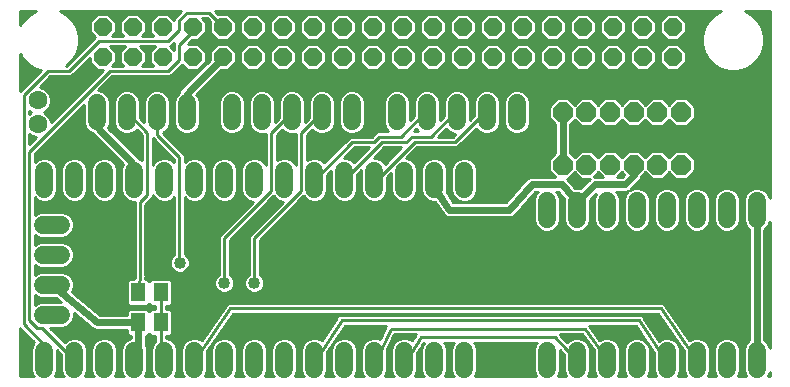
<source format=gtl>
G75*
%MOIN*%
%OFA0B0*%
%FSLAX25Y25*%
%IPPOS*%
%LPD*%
%AMOC8*
5,1,8,0,0,1.08239X$1,22.5*
%
%ADD10C,0.06000*%
%ADD11OC8,0.06000*%
%ADD12OC8,0.06600*%
%ADD13C,0.06299*%
%ADD14R,0.05118X0.06299*%
%ADD15C,0.01000*%
%ADD16C,0.02400*%
%ADD17C,0.04000*%
D10*
X0031250Y0011000D02*
X0031250Y0017000D01*
X0041250Y0017000D02*
X0041250Y0011000D01*
X0051250Y0011000D02*
X0051250Y0017000D01*
X0061250Y0017000D02*
X0061250Y0011000D01*
X0071250Y0011000D02*
X0071250Y0017000D01*
X0081250Y0017000D02*
X0081250Y0011000D01*
X0091250Y0011000D02*
X0091250Y0017000D01*
X0101250Y0017000D02*
X0101250Y0011000D01*
X0111250Y0011000D02*
X0111250Y0017000D01*
X0121250Y0017000D02*
X0121250Y0011000D01*
X0131250Y0011000D02*
X0131250Y0017000D01*
X0141250Y0017000D02*
X0141250Y0011000D01*
X0151250Y0011000D02*
X0151250Y0017000D01*
X0161250Y0017000D02*
X0161250Y0011000D01*
X0171250Y0011000D02*
X0171250Y0017000D01*
X0198750Y0017000D02*
X0198750Y0011000D01*
X0208750Y0011000D02*
X0208750Y0017000D01*
X0218750Y0017000D02*
X0218750Y0011000D01*
X0228750Y0011000D02*
X0228750Y0017000D01*
X0238750Y0017000D02*
X0238750Y0011000D01*
X0248750Y0011000D02*
X0248750Y0017000D01*
X0258750Y0017000D02*
X0258750Y0011000D01*
X0268750Y0011000D02*
X0268750Y0017000D01*
X0268750Y0061000D02*
X0268750Y0067000D01*
X0258750Y0067000D02*
X0258750Y0061000D01*
X0248750Y0061000D02*
X0248750Y0067000D01*
X0238750Y0067000D02*
X0238750Y0061000D01*
X0228750Y0061000D02*
X0228750Y0067000D01*
X0218750Y0067000D02*
X0218750Y0061000D01*
X0208750Y0061000D02*
X0208750Y0067000D01*
X0198750Y0067000D02*
X0198750Y0061000D01*
X0171250Y0071000D02*
X0171250Y0077000D01*
X0161250Y0077000D02*
X0161250Y0071000D01*
X0151250Y0071000D02*
X0151250Y0077000D01*
X0141250Y0077000D02*
X0141250Y0071000D01*
X0131250Y0071000D02*
X0131250Y0077000D01*
X0121250Y0077000D02*
X0121250Y0071000D01*
X0111250Y0071000D02*
X0111250Y0077000D01*
X0101250Y0077000D02*
X0101250Y0071000D01*
X0091250Y0071000D02*
X0091250Y0077000D01*
X0081250Y0077000D02*
X0081250Y0071000D01*
X0071250Y0071000D02*
X0071250Y0077000D01*
X0061250Y0077000D02*
X0061250Y0071000D01*
X0051250Y0071000D02*
X0051250Y0077000D01*
X0041250Y0077000D02*
X0041250Y0071000D01*
X0031250Y0071000D02*
X0031250Y0077000D01*
X0048750Y0093500D02*
X0048750Y0099500D01*
X0058750Y0099500D02*
X0058750Y0093500D01*
X0068750Y0093500D02*
X0068750Y0099500D01*
X0078750Y0099500D02*
X0078750Y0093500D01*
X0093750Y0093500D02*
X0093750Y0099500D01*
X0103750Y0099500D02*
X0103750Y0093500D01*
X0113750Y0093500D02*
X0113750Y0099500D01*
X0123750Y0099500D02*
X0123750Y0093500D01*
X0133750Y0093500D02*
X0133750Y0099500D01*
X0148750Y0099500D02*
X0148750Y0093500D01*
X0158750Y0093500D02*
X0158750Y0099500D01*
X0168750Y0099500D02*
X0168750Y0093500D01*
X0178750Y0093500D02*
X0178750Y0099500D01*
X0188750Y0099500D02*
X0188750Y0093500D01*
X0036750Y0059000D02*
X0030750Y0059000D01*
X0030750Y0049000D02*
X0036750Y0049000D01*
X0036750Y0039000D02*
X0030750Y0039000D01*
X0030750Y0029000D02*
X0036750Y0029000D01*
D11*
X0050719Y0114906D03*
X0060719Y0114906D03*
X0070719Y0114906D03*
X0080719Y0114906D03*
X0090719Y0114906D03*
X0100719Y0114906D03*
X0110719Y0114906D03*
X0120719Y0114906D03*
X0130719Y0114906D03*
X0140719Y0114906D03*
X0150719Y0114906D03*
X0160719Y0114906D03*
X0170719Y0114906D03*
X0180719Y0114906D03*
X0190719Y0114906D03*
X0200719Y0114906D03*
X0210719Y0114906D03*
X0220719Y0114906D03*
X0230719Y0114906D03*
X0240719Y0114906D03*
X0240719Y0124906D03*
X0230719Y0124906D03*
X0220719Y0124906D03*
X0210719Y0124906D03*
X0200719Y0124906D03*
X0190719Y0124906D03*
X0180719Y0124906D03*
X0170719Y0124906D03*
X0160719Y0124906D03*
X0150719Y0124906D03*
X0140719Y0124906D03*
X0130719Y0124906D03*
X0120719Y0124906D03*
X0110719Y0124906D03*
X0100719Y0124906D03*
X0090719Y0124906D03*
X0080719Y0124906D03*
X0070719Y0124906D03*
X0060719Y0124906D03*
X0050719Y0124906D03*
D12*
X0204065Y0096500D03*
X0211939Y0096500D03*
X0219813Y0096500D03*
X0227687Y0096500D03*
X0235561Y0096500D03*
X0243435Y0096500D03*
X0243435Y0079000D03*
X0235561Y0079000D03*
X0227687Y0079000D03*
X0219813Y0079000D03*
X0211939Y0079000D03*
X0204065Y0079000D03*
D13*
X0029085Y0092563D03*
X0029085Y0100437D03*
D14*
X0062510Y0036500D03*
X0069990Y0036500D03*
X0069990Y0026500D03*
X0062510Y0026500D03*
D15*
X0023250Y0024454D02*
X0023250Y0008500D01*
X0027669Y0008500D01*
X0027605Y0008564D01*
X0026950Y0010145D01*
X0026950Y0017855D01*
X0027605Y0019436D01*
X0027937Y0019768D01*
X0023629Y0024075D01*
X0023250Y0024454D01*
X0023250Y0023970D02*
X0023734Y0023970D01*
X0023250Y0022972D02*
X0024733Y0022972D01*
X0025731Y0021973D02*
X0023250Y0021973D01*
X0023250Y0020975D02*
X0026730Y0020975D01*
X0027728Y0019976D02*
X0023250Y0019976D01*
X0023250Y0018978D02*
X0027415Y0018978D01*
X0027001Y0017979D02*
X0023250Y0017979D01*
X0023250Y0016981D02*
X0026950Y0016981D01*
X0026950Y0015982D02*
X0023250Y0015982D01*
X0023250Y0014984D02*
X0026950Y0014984D01*
X0026950Y0013985D02*
X0023250Y0013985D01*
X0023250Y0012987D02*
X0026950Y0012987D01*
X0026950Y0011988D02*
X0023250Y0011988D01*
X0023250Y0010990D02*
X0026950Y0010990D01*
X0027014Y0009991D02*
X0023250Y0009991D01*
X0023250Y0008993D02*
X0027427Y0008993D01*
X0034831Y0008500D02*
X0034895Y0008564D01*
X0035550Y0010145D01*
X0035550Y0017154D01*
X0036950Y0015754D01*
X0036950Y0010145D01*
X0037605Y0008564D01*
X0037669Y0008500D01*
X0034831Y0008500D01*
X0035073Y0008993D02*
X0037427Y0008993D01*
X0037014Y0009991D02*
X0035486Y0009991D01*
X0035550Y0010990D02*
X0036950Y0010990D01*
X0036950Y0011988D02*
X0035550Y0011988D01*
X0035550Y0012987D02*
X0036950Y0012987D01*
X0036950Y0013985D02*
X0035550Y0013985D01*
X0035550Y0014984D02*
X0036950Y0014984D01*
X0036722Y0015982D02*
X0035550Y0015982D01*
X0035550Y0016981D02*
X0035724Y0016981D01*
X0031250Y0019000D02*
X0024375Y0025875D01*
X0024375Y0102125D01*
X0032500Y0110250D01*
X0039375Y0110250D01*
X0049375Y0120250D01*
X0072500Y0120250D01*
X0076250Y0124000D01*
X0076250Y0127125D01*
X0078750Y0129625D01*
X0086250Y0129625D01*
X0090625Y0125250D01*
X0090719Y0124906D01*
X0095018Y0124820D02*
X0096419Y0124820D01*
X0096419Y0125818D02*
X0095018Y0125818D01*
X0095018Y0126687D02*
X0092500Y0129205D01*
X0089215Y0129205D01*
X0088054Y0130366D01*
X0256820Y0130366D01*
X0254487Y0129019D01*
X0252549Y0127082D01*
X0251180Y0124709D01*
X0250470Y0122063D01*
X0250470Y0119323D01*
X0251180Y0116677D01*
X0252549Y0114304D01*
X0254487Y0112366D01*
X0256860Y0110997D01*
X0259506Y0110287D01*
X0262246Y0110287D01*
X0264892Y0110997D01*
X0267265Y0112366D01*
X0269202Y0114304D01*
X0270572Y0116677D01*
X0271281Y0119323D01*
X0271281Y0122063D01*
X0270572Y0124709D01*
X0269202Y0127082D01*
X0267265Y0129019D01*
X0264932Y0130366D01*
X0273010Y0130366D01*
X0273010Y0067952D01*
X0272395Y0069436D01*
X0271186Y0070645D01*
X0269605Y0071300D01*
X0267895Y0071300D01*
X0266314Y0070645D01*
X0265105Y0069436D01*
X0264450Y0067855D01*
X0264450Y0060145D01*
X0265105Y0058564D01*
X0266250Y0057419D01*
X0266250Y0020581D01*
X0265105Y0019436D01*
X0264450Y0017855D01*
X0264450Y0010145D01*
X0265105Y0008564D01*
X0265169Y0008500D01*
X0262331Y0008500D01*
X0262395Y0008564D01*
X0263050Y0010145D01*
X0263050Y0017855D01*
X0262395Y0019436D01*
X0261186Y0020645D01*
X0259605Y0021300D01*
X0257895Y0021300D01*
X0256314Y0020645D01*
X0255105Y0019436D01*
X0254450Y0017855D01*
X0254450Y0010145D01*
X0255105Y0008564D01*
X0255169Y0008500D01*
X0252331Y0008500D01*
X0252395Y0008564D01*
X0253050Y0010145D01*
X0253050Y0017855D01*
X0252395Y0019436D01*
X0251186Y0020645D01*
X0249605Y0021300D01*
X0247895Y0021300D01*
X0246314Y0020645D01*
X0246265Y0020596D01*
X0238550Y0031665D01*
X0238550Y0031846D01*
X0238136Y0032260D01*
X0237800Y0032741D01*
X0237623Y0032773D01*
X0237496Y0032900D01*
X0236909Y0032900D01*
X0236332Y0033003D01*
X0236185Y0032900D01*
X0093815Y0032900D01*
X0093668Y0033003D01*
X0093091Y0032900D01*
X0092504Y0032900D01*
X0092377Y0032773D01*
X0092200Y0032741D01*
X0091864Y0032260D01*
X0091450Y0031846D01*
X0091450Y0031665D01*
X0083735Y0020596D01*
X0083686Y0020645D01*
X0082105Y0021300D01*
X0080395Y0021300D01*
X0078814Y0020645D01*
X0077605Y0019436D01*
X0076950Y0017855D01*
X0076950Y0010145D01*
X0077605Y0008564D01*
X0077669Y0008500D01*
X0074831Y0008500D01*
X0074895Y0008564D01*
X0075550Y0010145D01*
X0075550Y0017855D01*
X0074895Y0019436D01*
X0073686Y0020645D01*
X0072105Y0021300D01*
X0071790Y0021300D01*
X0071790Y0022050D01*
X0073088Y0022050D01*
X0073849Y0022812D01*
X0073849Y0030188D01*
X0073088Y0030950D01*
X0071790Y0030950D01*
X0071790Y0032050D01*
X0073088Y0032050D01*
X0073849Y0032812D01*
X0073849Y0040188D01*
X0073088Y0040950D01*
X0066893Y0040950D01*
X0066250Y0040307D01*
X0065607Y0040950D01*
X0064925Y0040950D01*
X0064925Y0041390D01*
X0065003Y0042020D01*
X0064925Y0042120D01*
X0064925Y0065754D01*
X0066371Y0067200D01*
X0067425Y0068254D01*
X0067425Y0068998D01*
X0067605Y0068564D01*
X0068814Y0067355D01*
X0070395Y0066700D01*
X0072105Y0066700D01*
X0073686Y0067355D01*
X0074450Y0068119D01*
X0074450Y0049067D01*
X0073552Y0048169D01*
X0073050Y0046956D01*
X0073050Y0045644D01*
X0073552Y0044431D01*
X0074481Y0043502D01*
X0075694Y0043000D01*
X0077006Y0043000D01*
X0078219Y0043502D01*
X0079148Y0044431D01*
X0079650Y0045644D01*
X0079650Y0046956D01*
X0079148Y0048169D01*
X0078219Y0049098D01*
X0078050Y0049168D01*
X0078050Y0068119D01*
X0078814Y0067355D01*
X0080395Y0066700D01*
X0082105Y0066700D01*
X0083686Y0067355D01*
X0084895Y0068564D01*
X0085550Y0070145D01*
X0085550Y0077855D01*
X0084895Y0079436D01*
X0083686Y0080645D01*
X0082105Y0081300D01*
X0080395Y0081300D01*
X0078814Y0080645D01*
X0078050Y0079881D01*
X0078050Y0082246D01*
X0076996Y0083300D01*
X0070659Y0089636D01*
X0071186Y0089855D01*
X0072395Y0091064D01*
X0073050Y0092645D01*
X0073050Y0100355D01*
X0072395Y0101936D01*
X0071186Y0103145D01*
X0069605Y0103800D01*
X0067895Y0103800D01*
X0066314Y0103145D01*
X0065105Y0101936D01*
X0064450Y0100355D01*
X0064450Y0093346D01*
X0063050Y0094746D01*
X0063050Y0100355D01*
X0062395Y0101936D01*
X0061186Y0103145D01*
X0059605Y0103800D01*
X0057895Y0103800D01*
X0056314Y0103145D01*
X0055105Y0101936D01*
X0054450Y0100355D01*
X0054450Y0092645D01*
X0055105Y0091064D01*
X0056314Y0089855D01*
X0057895Y0089200D01*
X0059605Y0089200D01*
X0061186Y0089855D01*
X0062018Y0090687D01*
X0063825Y0088879D01*
X0063825Y0080506D01*
X0063686Y0080645D01*
X0062754Y0081031D01*
X0062666Y0081119D01*
X0052491Y0091295D01*
X0053050Y0092645D01*
X0053050Y0100355D01*
X0052395Y0101936D01*
X0051186Y0103145D01*
X0049605Y0103800D01*
X0049221Y0103800D01*
X0053871Y0108450D01*
X0073246Y0108450D01*
X0076996Y0112200D01*
X0077169Y0112374D01*
X0078937Y0110606D01*
X0082500Y0110606D01*
X0085018Y0113124D01*
X0085018Y0116687D01*
X0082500Y0119205D01*
X0079001Y0119205D01*
X0080401Y0120606D01*
X0082500Y0120606D01*
X0085018Y0123124D01*
X0085018Y0126687D01*
X0083880Y0127825D01*
X0085504Y0127825D01*
X0086531Y0126799D01*
X0086419Y0126687D01*
X0086419Y0123124D01*
X0088937Y0120606D01*
X0092500Y0120606D01*
X0095018Y0123124D01*
X0095018Y0126687D01*
X0094888Y0126817D02*
X0096549Y0126817D01*
X0096419Y0126687D02*
X0096419Y0123124D01*
X0098937Y0120606D01*
X0102500Y0120606D01*
X0105018Y0123124D01*
X0105018Y0126687D01*
X0102500Y0129205D01*
X0098937Y0129205D01*
X0096419Y0126687D01*
X0097547Y0127815D02*
X0093890Y0127815D01*
X0092891Y0128814D02*
X0098546Y0128814D01*
X0102891Y0128814D02*
X0108546Y0128814D01*
X0108937Y0129205D02*
X0106419Y0126687D01*
X0106419Y0123124D01*
X0108937Y0120606D01*
X0112500Y0120606D01*
X0115018Y0123124D01*
X0115018Y0126687D01*
X0112500Y0129205D01*
X0108937Y0129205D01*
X0107547Y0127815D02*
X0103890Y0127815D01*
X0104888Y0126817D02*
X0106549Y0126817D01*
X0106419Y0125818D02*
X0105018Y0125818D01*
X0105018Y0124820D02*
X0106419Y0124820D01*
X0106419Y0123821D02*
X0105018Y0123821D01*
X0104717Y0122823D02*
X0106720Y0122823D01*
X0107719Y0121824D02*
X0103718Y0121824D01*
X0102720Y0120826D02*
X0108717Y0120826D01*
X0108937Y0119205D02*
X0106419Y0116687D01*
X0106419Y0113124D01*
X0108937Y0110606D01*
X0112500Y0110606D01*
X0115018Y0113124D01*
X0115018Y0116687D01*
X0112500Y0119205D01*
X0108937Y0119205D01*
X0108561Y0118829D02*
X0102876Y0118829D01*
X0102500Y0119205D02*
X0098937Y0119205D01*
X0096419Y0116687D01*
X0096419Y0113124D01*
X0098937Y0110606D01*
X0102500Y0110606D01*
X0105018Y0113124D01*
X0105018Y0116687D01*
X0102500Y0119205D01*
X0103875Y0117830D02*
X0107562Y0117830D01*
X0106564Y0116832D02*
X0104873Y0116832D01*
X0105018Y0115833D02*
X0106419Y0115833D01*
X0106419Y0114835D02*
X0105018Y0114835D01*
X0105018Y0113836D02*
X0106419Y0113836D01*
X0106705Y0112838D02*
X0104732Y0112838D01*
X0103733Y0111839D02*
X0107704Y0111839D01*
X0108702Y0110841D02*
X0102735Y0110841D01*
X0098702Y0110841D02*
X0092735Y0110841D01*
X0092500Y0110606D02*
X0095018Y0113124D01*
X0095018Y0116687D01*
X0092500Y0119205D01*
X0088937Y0119205D01*
X0086419Y0116687D01*
X0086419Y0113954D01*
X0076631Y0104166D01*
X0076250Y0103247D01*
X0076250Y0103081D01*
X0075105Y0101936D01*
X0074450Y0100355D01*
X0074450Y0092645D01*
X0075105Y0091064D01*
X0076314Y0089855D01*
X0077895Y0089200D01*
X0079605Y0089200D01*
X0081186Y0089855D01*
X0082395Y0091064D01*
X0083050Y0092645D01*
X0083050Y0100355D01*
X0082395Y0101936D01*
X0081933Y0102398D01*
X0090141Y0110606D01*
X0092500Y0110606D01*
X0093733Y0111839D02*
X0097704Y0111839D01*
X0096705Y0112838D02*
X0094732Y0112838D01*
X0095018Y0113836D02*
X0096419Y0113836D01*
X0096419Y0114835D02*
X0095018Y0114835D01*
X0095018Y0115833D02*
X0096419Y0115833D01*
X0096564Y0116832D02*
X0094873Y0116832D01*
X0093875Y0117830D02*
X0097562Y0117830D01*
X0098561Y0118829D02*
X0092876Y0118829D01*
X0092720Y0120826D02*
X0098717Y0120826D01*
X0097719Y0121824D02*
X0093718Y0121824D01*
X0094717Y0122823D02*
X0096720Y0122823D01*
X0096419Y0123821D02*
X0095018Y0123821D01*
X0087719Y0121824D02*
X0083718Y0121824D01*
X0082720Y0120826D02*
X0088717Y0120826D01*
X0088561Y0118829D02*
X0082876Y0118829D01*
X0083875Y0117830D02*
X0087562Y0117830D01*
X0086564Y0116832D02*
X0084873Y0116832D01*
X0085018Y0115833D02*
X0086419Y0115833D01*
X0086419Y0114835D02*
X0085018Y0114835D01*
X0085018Y0113836D02*
X0086301Y0113836D01*
X0085302Y0112838D02*
X0084732Y0112838D01*
X0084304Y0111839D02*
X0083733Y0111839D01*
X0083305Y0110841D02*
X0082735Y0110841D01*
X0082307Y0109842D02*
X0074638Y0109842D01*
X0075636Y0110841D02*
X0078702Y0110841D01*
X0077704Y0111839D02*
X0076635Y0111839D01*
X0076250Y0114000D02*
X0076250Y0119000D01*
X0081250Y0124000D01*
X0080719Y0124906D01*
X0085018Y0124820D02*
X0086419Y0124820D01*
X0086419Y0125818D02*
X0085018Y0125818D01*
X0084888Y0126817D02*
X0086513Y0126817D01*
X0085514Y0127815D02*
X0083890Y0127815D01*
X0085018Y0123821D02*
X0086419Y0123821D01*
X0086720Y0122823D02*
X0084717Y0122823D01*
X0079623Y0119827D02*
X0250470Y0119827D01*
X0250470Y0120826D02*
X0242720Y0120826D01*
X0242500Y0120606D02*
X0245018Y0123124D01*
X0245018Y0126687D01*
X0242500Y0129205D01*
X0238937Y0129205D01*
X0236419Y0126687D01*
X0236419Y0123124D01*
X0238937Y0120606D01*
X0242500Y0120606D01*
X0242500Y0119205D02*
X0238937Y0119205D01*
X0236419Y0116687D01*
X0236419Y0113124D01*
X0238937Y0110606D01*
X0242500Y0110606D01*
X0245018Y0113124D01*
X0245018Y0116687D01*
X0242500Y0119205D01*
X0242876Y0118829D02*
X0250603Y0118829D01*
X0250870Y0117830D02*
X0243875Y0117830D01*
X0244873Y0116832D02*
X0251138Y0116832D01*
X0251666Y0115833D02*
X0245018Y0115833D01*
X0245018Y0114835D02*
X0252243Y0114835D01*
X0253017Y0113836D02*
X0245018Y0113836D01*
X0244732Y0112838D02*
X0254016Y0112838D01*
X0255400Y0111839D02*
X0243733Y0111839D01*
X0242735Y0110841D02*
X0257441Y0110841D01*
X0264311Y0110841D02*
X0273010Y0110841D01*
X0273010Y0111839D02*
X0266352Y0111839D01*
X0267736Y0112838D02*
X0273010Y0112838D01*
X0273010Y0113836D02*
X0268735Y0113836D01*
X0269509Y0114835D02*
X0273010Y0114835D01*
X0273010Y0115833D02*
X0270086Y0115833D01*
X0270614Y0116832D02*
X0273010Y0116832D01*
X0273010Y0117830D02*
X0270882Y0117830D01*
X0271149Y0118829D02*
X0273010Y0118829D01*
X0273010Y0119827D02*
X0271281Y0119827D01*
X0271281Y0120826D02*
X0273010Y0120826D01*
X0273010Y0121824D02*
X0271281Y0121824D01*
X0271078Y0122823D02*
X0273010Y0122823D01*
X0273010Y0123821D02*
X0270810Y0123821D01*
X0270509Y0124820D02*
X0273010Y0124820D01*
X0273010Y0125818D02*
X0269932Y0125818D01*
X0269356Y0126817D02*
X0273010Y0126817D01*
X0273010Y0127815D02*
X0268469Y0127815D01*
X0267471Y0128814D02*
X0273010Y0128814D01*
X0273010Y0129812D02*
X0265892Y0129812D01*
X0255860Y0129812D02*
X0088608Y0129812D01*
X0076946Y0130366D02*
X0074450Y0127871D01*
X0074450Y0127255D01*
X0072500Y0129205D01*
X0068937Y0129205D01*
X0066419Y0126687D01*
X0066419Y0123124D01*
X0067493Y0122050D01*
X0063944Y0122050D01*
X0065018Y0123124D01*
X0065018Y0126687D01*
X0062500Y0129205D01*
X0058937Y0129205D01*
X0056419Y0126687D01*
X0056419Y0123124D01*
X0057493Y0122050D01*
X0053944Y0122050D01*
X0055018Y0123124D01*
X0055018Y0126687D01*
X0052500Y0129205D01*
X0048937Y0129205D01*
X0046419Y0126687D01*
X0046419Y0123124D01*
X0048061Y0121482D01*
X0047575Y0120996D01*
X0038629Y0112050D01*
X0038371Y0112050D01*
X0038919Y0112366D01*
X0040856Y0114304D01*
X0042226Y0116677D01*
X0042935Y0119323D01*
X0042935Y0122063D01*
X0042226Y0124709D01*
X0040856Y0127082D01*
X0038919Y0129019D01*
X0036586Y0130366D01*
X0076946Y0130366D01*
X0076392Y0129812D02*
X0037545Y0129812D01*
X0039124Y0128814D02*
X0048546Y0128814D01*
X0047547Y0127815D02*
X0040123Y0127815D01*
X0041009Y0126817D02*
X0046549Y0126817D01*
X0046419Y0125818D02*
X0041586Y0125818D01*
X0042162Y0124820D02*
X0046419Y0124820D01*
X0046419Y0123821D02*
X0042464Y0123821D01*
X0042731Y0122823D02*
X0046720Y0122823D01*
X0047719Y0121824D02*
X0042935Y0121824D01*
X0042935Y0120826D02*
X0047405Y0120826D01*
X0046407Y0119827D02*
X0042935Y0119827D01*
X0042803Y0118829D02*
X0045408Y0118829D01*
X0044410Y0117830D02*
X0042535Y0117830D01*
X0042268Y0116832D02*
X0043411Y0116832D01*
X0042413Y0115833D02*
X0041739Y0115833D01*
X0041414Y0114835D02*
X0041163Y0114835D01*
X0040416Y0113836D02*
X0040388Y0113836D01*
X0039417Y0112838D02*
X0039390Y0112838D01*
X0043510Y0111839D02*
X0047704Y0111839D01*
X0048702Y0110841D02*
X0042511Y0110841D01*
X0041513Y0109842D02*
X0050172Y0109842D01*
X0050935Y0110606D02*
X0048937Y0110606D01*
X0046419Y0113124D01*
X0046419Y0114748D01*
X0040121Y0108450D01*
X0033246Y0108450D01*
X0029682Y0104887D01*
X0029970Y0104887D01*
X0031605Y0104209D01*
X0032857Y0102958D01*
X0033534Y0101322D01*
X0033534Y0099552D01*
X0032857Y0097916D01*
X0031605Y0096665D01*
X0031207Y0096500D01*
X0031605Y0096335D01*
X0032857Y0095083D01*
X0033534Y0093448D01*
X0033534Y0093205D01*
X0050935Y0110606D01*
X0053125Y0110250D02*
X0072500Y0110250D01*
X0076250Y0114000D01*
X0074450Y0117255D02*
X0073250Y0118455D01*
X0074450Y0119654D01*
X0074450Y0118254D01*
X0074450Y0117255D01*
X0074450Y0117830D02*
X0073875Y0117830D01*
X0073624Y0118829D02*
X0074450Y0118829D01*
X0068182Y0118450D02*
X0066419Y0116687D01*
X0066419Y0113124D01*
X0067493Y0112050D01*
X0063944Y0112050D01*
X0065018Y0113124D01*
X0065018Y0116687D01*
X0063255Y0118450D01*
X0068182Y0118450D01*
X0067562Y0117830D02*
X0063875Y0117830D01*
X0064873Y0116832D02*
X0066564Y0116832D01*
X0066419Y0115833D02*
X0065018Y0115833D01*
X0065018Y0114835D02*
X0066419Y0114835D01*
X0066419Y0113836D02*
X0065018Y0113836D01*
X0064732Y0112838D02*
X0066705Y0112838D01*
X0073639Y0108844D02*
X0081308Y0108844D01*
X0080310Y0107845D02*
X0053266Y0107845D01*
X0052267Y0106847D02*
X0079311Y0106847D01*
X0078313Y0105848D02*
X0051269Y0105848D01*
X0050270Y0104850D02*
X0077314Y0104850D01*
X0076500Y0103851D02*
X0049272Y0103851D01*
X0051478Y0102853D02*
X0056022Y0102853D01*
X0055071Y0101854D02*
X0052429Y0101854D01*
X0052843Y0100856D02*
X0054657Y0100856D01*
X0054450Y0099857D02*
X0053050Y0099857D01*
X0053050Y0098859D02*
X0054450Y0098859D01*
X0054450Y0097860D02*
X0053050Y0097860D01*
X0053050Y0096862D02*
X0054450Y0096862D01*
X0054450Y0095863D02*
X0053050Y0095863D01*
X0053050Y0094865D02*
X0054450Y0094865D01*
X0054450Y0093866D02*
X0053050Y0093866D01*
X0053050Y0092868D02*
X0054450Y0092868D01*
X0054771Y0091869D02*
X0052729Y0091869D01*
X0052915Y0090870D02*
X0055298Y0090870D01*
X0056297Y0089872D02*
X0053914Y0089872D01*
X0054912Y0088873D02*
X0063825Y0088873D01*
X0063825Y0087875D02*
X0055911Y0087875D01*
X0056909Y0086876D02*
X0063825Y0086876D01*
X0063825Y0085878D02*
X0057908Y0085878D01*
X0058906Y0084879D02*
X0063825Y0084879D01*
X0063825Y0083881D02*
X0059905Y0083881D01*
X0060903Y0082882D02*
X0063825Y0082882D01*
X0063825Y0081884D02*
X0061902Y0081884D01*
X0063106Y0080885D02*
X0063825Y0080885D01*
X0067425Y0080885D02*
X0069394Y0080885D01*
X0068814Y0080645D02*
X0067605Y0079436D01*
X0067425Y0079002D01*
X0067425Y0087779D01*
X0074450Y0080754D01*
X0074450Y0079881D01*
X0073686Y0080645D01*
X0072105Y0081300D01*
X0070395Y0081300D01*
X0068814Y0080645D01*
X0068056Y0079887D02*
X0067425Y0079887D01*
X0067425Y0081884D02*
X0073321Y0081884D01*
X0073106Y0080885D02*
X0074319Y0080885D01*
X0074444Y0079887D02*
X0074450Y0079887D01*
X0076250Y0081500D02*
X0076250Y0046500D01*
X0076350Y0046300D01*
X0079358Y0044939D02*
X0089450Y0044939D01*
X0089450Y0045937D02*
X0079650Y0045937D01*
X0079650Y0046936D02*
X0089450Y0046936D01*
X0089450Y0047934D02*
X0079245Y0047934D01*
X0078384Y0048933D02*
X0089450Y0048933D01*
X0089450Y0049932D02*
X0078050Y0049932D01*
X0078050Y0050930D02*
X0089450Y0050930D01*
X0089450Y0051929D02*
X0078050Y0051929D01*
X0078050Y0052927D02*
X0089450Y0052927D01*
X0089450Y0053926D02*
X0078050Y0053926D01*
X0078050Y0054924D02*
X0089450Y0054924D01*
X0089450Y0055371D02*
X0089450Y0042451D01*
X0089381Y0042423D01*
X0088452Y0041494D01*
X0087950Y0040281D01*
X0087950Y0038969D01*
X0088452Y0037756D01*
X0089381Y0036827D01*
X0090594Y0036325D01*
X0091906Y0036325D01*
X0093119Y0036827D01*
X0094048Y0037756D01*
X0094550Y0038969D01*
X0094550Y0040281D01*
X0094048Y0041494D01*
X0093119Y0042423D01*
X0093050Y0042451D01*
X0093050Y0053879D01*
X0107621Y0068450D01*
X0107670Y0068499D01*
X0108814Y0067355D01*
X0110395Y0066700D01*
X0110779Y0066700D01*
X0099450Y0055371D01*
X0099450Y0042451D01*
X0099381Y0042423D01*
X0098452Y0041494D01*
X0097950Y0040281D01*
X0097950Y0038969D01*
X0098452Y0037756D01*
X0099381Y0036827D01*
X0100594Y0036325D01*
X0101906Y0036325D01*
X0103119Y0036827D01*
X0104048Y0037756D01*
X0104550Y0038969D01*
X0104550Y0040281D01*
X0104048Y0041494D01*
X0103119Y0042423D01*
X0103050Y0042451D01*
X0103050Y0053879D01*
X0117621Y0068450D01*
X0117670Y0068499D01*
X0118814Y0067355D01*
X0120395Y0066700D01*
X0122105Y0066700D01*
X0123686Y0067355D01*
X0124895Y0068564D01*
X0125550Y0070145D01*
X0125550Y0075654D01*
X0126950Y0077054D01*
X0126950Y0070145D01*
X0127605Y0068564D01*
X0128814Y0067355D01*
X0130395Y0066700D01*
X0132105Y0066700D01*
X0133686Y0067355D01*
X0134895Y0068564D01*
X0135550Y0070145D01*
X0135550Y0075754D01*
X0136950Y0077154D01*
X0136950Y0070145D01*
X0137605Y0068564D01*
X0138814Y0067355D01*
X0140395Y0066700D01*
X0142105Y0066700D01*
X0143686Y0067355D01*
X0144895Y0068564D01*
X0145550Y0070145D01*
X0145550Y0074954D01*
X0146950Y0076354D01*
X0146950Y0070145D01*
X0147605Y0068564D01*
X0148814Y0067355D01*
X0150395Y0066700D01*
X0152105Y0066700D01*
X0153686Y0067355D01*
X0154895Y0068564D01*
X0155550Y0070145D01*
X0155550Y0077855D01*
X0154895Y0079436D01*
X0153686Y0080645D01*
X0152105Y0081300D01*
X0151896Y0081300D01*
X0155396Y0084800D01*
X0168896Y0084800D01*
X0169950Y0085854D01*
X0169950Y0085854D01*
X0175132Y0091037D01*
X0176314Y0089855D01*
X0177895Y0089200D01*
X0179605Y0089200D01*
X0181186Y0089855D01*
X0182395Y0091064D01*
X0183050Y0092645D01*
X0183050Y0100355D01*
X0182395Y0101936D01*
X0181186Y0103145D01*
X0179605Y0103800D01*
X0177895Y0103800D01*
X0176314Y0103145D01*
X0175105Y0101936D01*
X0174450Y0100355D01*
X0174450Y0095446D01*
X0173050Y0094046D01*
X0173050Y0100355D01*
X0172395Y0101936D01*
X0171186Y0103145D01*
X0169605Y0103800D01*
X0167895Y0103800D01*
X0166314Y0103145D01*
X0165105Y0101936D01*
X0164450Y0100355D01*
X0164450Y0095346D01*
X0163050Y0093946D01*
X0163050Y0100355D01*
X0162395Y0101936D01*
X0161186Y0103145D01*
X0159605Y0103800D01*
X0157895Y0103800D01*
X0156314Y0103145D01*
X0155105Y0101936D01*
X0154450Y0100355D01*
X0154450Y0095246D01*
X0153050Y0093846D01*
X0153050Y0100355D01*
X0152395Y0101936D01*
X0151186Y0103145D01*
X0149605Y0103800D01*
X0147895Y0103800D01*
X0146314Y0103145D01*
X0145105Y0101936D01*
X0144450Y0100355D01*
X0144450Y0092645D01*
X0145105Y0091064D01*
X0145969Y0090200D01*
X0142204Y0090200D01*
X0141150Y0089146D01*
X0140404Y0088400D01*
X0133204Y0088400D01*
X0132150Y0087346D01*
X0124568Y0079763D01*
X0123686Y0080645D01*
X0122105Y0081300D01*
X0120395Y0081300D01*
X0118814Y0080645D01*
X0118675Y0080506D01*
X0118675Y0088879D01*
X0120482Y0090687D01*
X0121314Y0089855D01*
X0122895Y0089200D01*
X0124605Y0089200D01*
X0126186Y0089855D01*
X0127395Y0091064D01*
X0128050Y0092645D01*
X0128050Y0100355D01*
X0127395Y0101936D01*
X0126186Y0103145D01*
X0124605Y0103800D01*
X0122895Y0103800D01*
X0121314Y0103145D01*
X0120105Y0101936D01*
X0119450Y0100355D01*
X0119450Y0094746D01*
X0118050Y0093346D01*
X0118050Y0100355D01*
X0117395Y0101936D01*
X0116186Y0103145D01*
X0114605Y0103800D01*
X0112895Y0103800D01*
X0111314Y0103145D01*
X0110105Y0101936D01*
X0109450Y0100355D01*
X0109450Y0094746D01*
X0108050Y0093346D01*
X0108050Y0100355D01*
X0107395Y0101936D01*
X0106186Y0103145D01*
X0104605Y0103800D01*
X0102895Y0103800D01*
X0101314Y0103145D01*
X0100105Y0101936D01*
X0099450Y0100355D01*
X0099450Y0092645D01*
X0100105Y0091064D01*
X0101314Y0089855D01*
X0102895Y0089200D01*
X0104605Y0089200D01*
X0105075Y0089395D01*
X0105075Y0079002D01*
X0104895Y0079436D01*
X0103686Y0080645D01*
X0102105Y0081300D01*
X0100395Y0081300D01*
X0098814Y0080645D01*
X0097605Y0079436D01*
X0096950Y0077855D01*
X0096950Y0070145D01*
X0097605Y0068564D01*
X0098814Y0067355D01*
X0100395Y0066700D01*
X0100779Y0066700D01*
X0089450Y0055371D01*
X0090002Y0055923D02*
X0078050Y0055923D01*
X0078050Y0056921D02*
X0091001Y0056921D01*
X0091999Y0057920D02*
X0078050Y0057920D01*
X0078050Y0058918D02*
X0092998Y0058918D01*
X0093996Y0059917D02*
X0078050Y0059917D01*
X0078050Y0060915D02*
X0094995Y0060915D01*
X0095993Y0061914D02*
X0078050Y0061914D01*
X0078050Y0062912D02*
X0096992Y0062912D01*
X0097990Y0063911D02*
X0078050Y0063911D01*
X0078050Y0064909D02*
X0098989Y0064909D01*
X0099987Y0065908D02*
X0078050Y0065908D01*
X0078050Y0066906D02*
X0079897Y0066906D01*
X0078264Y0067905D02*
X0078050Y0067905D01*
X0074450Y0067905D02*
X0074236Y0067905D01*
X0074450Y0066906D02*
X0072603Y0066906D01*
X0074450Y0065908D02*
X0065078Y0065908D01*
X0064925Y0064909D02*
X0074450Y0064909D01*
X0074450Y0063911D02*
X0064925Y0063911D01*
X0064925Y0062912D02*
X0074450Y0062912D01*
X0074450Y0061914D02*
X0064925Y0061914D01*
X0064925Y0060915D02*
X0074450Y0060915D01*
X0074450Y0059917D02*
X0064925Y0059917D01*
X0064925Y0058918D02*
X0074450Y0058918D01*
X0074450Y0057920D02*
X0064925Y0057920D01*
X0064925Y0056921D02*
X0074450Y0056921D01*
X0074450Y0055923D02*
X0064925Y0055923D01*
X0064925Y0054924D02*
X0074450Y0054924D01*
X0074450Y0053926D02*
X0064925Y0053926D01*
X0064925Y0052927D02*
X0074450Y0052927D01*
X0074450Y0051929D02*
X0064925Y0051929D01*
X0064925Y0050930D02*
X0074450Y0050930D01*
X0074450Y0049932D02*
X0064925Y0049932D01*
X0064925Y0048933D02*
X0074316Y0048933D01*
X0073455Y0047934D02*
X0064925Y0047934D01*
X0064925Y0046936D02*
X0073050Y0046936D01*
X0073050Y0045937D02*
X0064925Y0045937D01*
X0064925Y0044939D02*
X0073342Y0044939D01*
X0074043Y0043940D02*
X0064925Y0043940D01*
X0064925Y0042942D02*
X0089450Y0042942D01*
X0089450Y0043940D02*
X0078657Y0043940D01*
X0073092Y0040945D02*
X0088225Y0040945D01*
X0087950Y0039946D02*
X0073849Y0039946D01*
X0073849Y0038948D02*
X0087959Y0038948D01*
X0088372Y0037949D02*
X0073849Y0037949D01*
X0073849Y0036951D02*
X0089257Y0036951D01*
X0091250Y0039625D02*
X0091250Y0054625D01*
X0106875Y0070250D01*
X0106875Y0089625D01*
X0113750Y0096500D01*
X0109450Y0096862D02*
X0108050Y0096862D01*
X0108050Y0097860D02*
X0109450Y0097860D01*
X0109450Y0098859D02*
X0108050Y0098859D01*
X0108050Y0099857D02*
X0109450Y0099857D01*
X0109657Y0100856D02*
X0107843Y0100856D01*
X0107429Y0101854D02*
X0110071Y0101854D01*
X0111022Y0102853D02*
X0106478Y0102853D01*
X0101022Y0102853D02*
X0096478Y0102853D01*
X0096186Y0103145D02*
X0097395Y0101936D01*
X0098050Y0100355D01*
X0098050Y0092645D01*
X0097395Y0091064D01*
X0096186Y0089855D01*
X0094605Y0089200D01*
X0092895Y0089200D01*
X0091314Y0089855D01*
X0090105Y0091064D01*
X0089450Y0092645D01*
X0089450Y0100355D01*
X0090105Y0101936D01*
X0091314Y0103145D01*
X0092895Y0103800D01*
X0094605Y0103800D01*
X0096186Y0103145D01*
X0097429Y0101854D02*
X0100071Y0101854D01*
X0099657Y0100856D02*
X0097843Y0100856D01*
X0098050Y0099857D02*
X0099450Y0099857D01*
X0099450Y0098859D02*
X0098050Y0098859D01*
X0098050Y0097860D02*
X0099450Y0097860D01*
X0099450Y0096862D02*
X0098050Y0096862D01*
X0098050Y0095863D02*
X0099450Y0095863D01*
X0099450Y0094865D02*
X0098050Y0094865D01*
X0098050Y0093866D02*
X0099450Y0093866D01*
X0099450Y0092868D02*
X0098050Y0092868D01*
X0097729Y0091869D02*
X0099771Y0091869D01*
X0100298Y0090870D02*
X0097202Y0090870D01*
X0096203Y0089872D02*
X0101297Y0089872D01*
X0105075Y0088873D02*
X0071422Y0088873D01*
X0071203Y0089872D02*
X0076297Y0089872D01*
X0075298Y0090870D02*
X0072202Y0090870D01*
X0072729Y0091869D02*
X0074771Y0091869D01*
X0074450Y0092868D02*
X0073050Y0092868D01*
X0073050Y0093866D02*
X0074450Y0093866D01*
X0074450Y0094865D02*
X0073050Y0094865D01*
X0073050Y0095863D02*
X0074450Y0095863D01*
X0074450Y0096862D02*
X0073050Y0096862D01*
X0073050Y0097860D02*
X0074450Y0097860D01*
X0074450Y0098859D02*
X0073050Y0098859D01*
X0073050Y0099857D02*
X0074450Y0099857D01*
X0074657Y0100856D02*
X0072843Y0100856D01*
X0072429Y0101854D02*
X0075071Y0101854D01*
X0076022Y0102853D02*
X0071478Y0102853D01*
X0066022Y0102853D02*
X0061478Y0102853D01*
X0062429Y0101854D02*
X0065071Y0101854D01*
X0064657Y0100856D02*
X0062843Y0100856D01*
X0063050Y0099857D02*
X0064450Y0099857D01*
X0064450Y0098859D02*
X0063050Y0098859D01*
X0063050Y0097860D02*
X0064450Y0097860D01*
X0064450Y0096862D02*
X0063050Y0096862D01*
X0063050Y0095863D02*
X0064450Y0095863D01*
X0064450Y0094865D02*
X0063050Y0094865D01*
X0063930Y0093866D02*
X0064450Y0093866D01*
X0065625Y0089625D02*
X0058750Y0096500D01*
X0068750Y0096500D02*
X0068750Y0089000D01*
X0076250Y0081500D01*
X0077413Y0082882D02*
X0105075Y0082882D01*
X0105075Y0081884D02*
X0078050Y0081884D01*
X0078050Y0080885D02*
X0079394Y0080885D01*
X0078056Y0079887D02*
X0078050Y0079887D01*
X0083106Y0080885D02*
X0089394Y0080885D01*
X0088814Y0080645D02*
X0087605Y0079436D01*
X0086950Y0077855D01*
X0086950Y0070145D01*
X0087605Y0068564D01*
X0088814Y0067355D01*
X0090395Y0066700D01*
X0092105Y0066700D01*
X0093686Y0067355D01*
X0094895Y0068564D01*
X0095550Y0070145D01*
X0095550Y0077855D01*
X0094895Y0079436D01*
X0093686Y0080645D01*
X0092105Y0081300D01*
X0090395Y0081300D01*
X0088814Y0080645D01*
X0088056Y0079887D02*
X0084444Y0079887D01*
X0085122Y0078888D02*
X0087378Y0078888D01*
X0086964Y0077890D02*
X0085536Y0077890D01*
X0085550Y0076891D02*
X0086950Y0076891D01*
X0086950Y0075893D02*
X0085550Y0075893D01*
X0085550Y0074894D02*
X0086950Y0074894D01*
X0086950Y0073896D02*
X0085550Y0073896D01*
X0085550Y0072897D02*
X0086950Y0072897D01*
X0086950Y0071899D02*
X0085550Y0071899D01*
X0085550Y0070900D02*
X0086950Y0070900D01*
X0087051Y0069902D02*
X0085449Y0069902D01*
X0085036Y0068903D02*
X0087464Y0068903D01*
X0088264Y0067905D02*
X0084236Y0067905D01*
X0082603Y0066906D02*
X0089897Y0066906D01*
X0092603Y0066906D02*
X0099897Y0066906D01*
X0098264Y0067905D02*
X0094236Y0067905D01*
X0095036Y0068903D02*
X0097464Y0068903D01*
X0097051Y0069902D02*
X0095449Y0069902D01*
X0095550Y0070900D02*
X0096950Y0070900D01*
X0096950Y0071899D02*
X0095550Y0071899D01*
X0095550Y0072897D02*
X0096950Y0072897D01*
X0096950Y0073896D02*
X0095550Y0073896D01*
X0095550Y0074894D02*
X0096950Y0074894D01*
X0096950Y0075893D02*
X0095550Y0075893D01*
X0095550Y0076891D02*
X0096950Y0076891D01*
X0096964Y0077890D02*
X0095536Y0077890D01*
X0095122Y0078888D02*
X0097378Y0078888D01*
X0098056Y0079887D02*
X0094444Y0079887D01*
X0093106Y0080885D02*
X0099394Y0080885D01*
X0103106Y0080885D02*
X0105075Y0080885D01*
X0105075Y0079887D02*
X0104444Y0079887D01*
X0108675Y0080506D02*
X0108675Y0088879D01*
X0110482Y0090687D01*
X0111314Y0089855D01*
X0112895Y0089200D01*
X0114605Y0089200D01*
X0115075Y0089395D01*
X0115075Y0079002D01*
X0114895Y0079436D01*
X0113686Y0080645D01*
X0112105Y0081300D01*
X0110395Y0081300D01*
X0108814Y0080645D01*
X0108675Y0080506D01*
X0108675Y0080885D02*
X0109394Y0080885D01*
X0108675Y0081884D02*
X0115075Y0081884D01*
X0115075Y0082882D02*
X0108675Y0082882D01*
X0108675Y0083881D02*
X0115075Y0083881D01*
X0115075Y0084879D02*
X0108675Y0084879D01*
X0108675Y0085878D02*
X0115075Y0085878D01*
X0115075Y0086876D02*
X0108675Y0086876D01*
X0108675Y0087875D02*
X0115075Y0087875D01*
X0115075Y0088873D02*
X0108675Y0088873D01*
X0109668Y0089872D02*
X0111297Y0089872D01*
X0116875Y0089625D02*
X0123750Y0096500D01*
X0128050Y0096862D02*
X0129450Y0096862D01*
X0129450Y0097860D02*
X0128050Y0097860D01*
X0128050Y0098859D02*
X0129450Y0098859D01*
X0129450Y0099857D02*
X0128050Y0099857D01*
X0127843Y0100856D02*
X0129657Y0100856D01*
X0129450Y0100355D02*
X0129450Y0092645D01*
X0130105Y0091064D01*
X0131314Y0089855D01*
X0132895Y0089200D01*
X0134605Y0089200D01*
X0136186Y0089855D01*
X0137395Y0091064D01*
X0138050Y0092645D01*
X0138050Y0100355D01*
X0137395Y0101936D01*
X0136186Y0103145D01*
X0134605Y0103800D01*
X0132895Y0103800D01*
X0131314Y0103145D01*
X0130105Y0101936D01*
X0129450Y0100355D01*
X0130071Y0101854D02*
X0127429Y0101854D01*
X0126478Y0102853D02*
X0131022Y0102853D01*
X0136478Y0102853D02*
X0146022Y0102853D01*
X0145071Y0101854D02*
X0137429Y0101854D01*
X0137843Y0100856D02*
X0144657Y0100856D01*
X0144450Y0099857D02*
X0138050Y0099857D01*
X0138050Y0098859D02*
X0144450Y0098859D01*
X0144450Y0097860D02*
X0138050Y0097860D01*
X0138050Y0096862D02*
X0144450Y0096862D01*
X0144450Y0095863D02*
X0138050Y0095863D01*
X0138050Y0094865D02*
X0144450Y0094865D01*
X0144450Y0093866D02*
X0138050Y0093866D01*
X0138050Y0092868D02*
X0144450Y0092868D01*
X0144771Y0091869D02*
X0137729Y0091869D01*
X0137202Y0090870D02*
X0145298Y0090870D01*
X0141876Y0089872D02*
X0136203Y0089872D01*
X0132679Y0087875D02*
X0118675Y0087875D01*
X0118675Y0088873D02*
X0140878Y0088873D01*
X0142950Y0088400D02*
X0141150Y0086600D01*
X0133950Y0086600D01*
X0121350Y0074000D01*
X0121250Y0074000D01*
X0125550Y0073896D02*
X0126950Y0073896D01*
X0126950Y0074894D02*
X0125550Y0074894D01*
X0125788Y0075893D02*
X0126950Y0075893D01*
X0126950Y0076891D02*
X0126787Y0076891D01*
X0124691Y0079887D02*
X0124444Y0079887D01*
X0125690Y0080885D02*
X0123106Y0080885D01*
X0119394Y0080885D02*
X0118675Y0080885D01*
X0118675Y0081884D02*
X0126688Y0081884D01*
X0127687Y0082882D02*
X0118675Y0082882D01*
X0118675Y0083881D02*
X0128685Y0083881D01*
X0129684Y0084879D02*
X0118675Y0084879D01*
X0118675Y0085878D02*
X0130682Y0085878D01*
X0131681Y0086876D02*
X0118675Y0086876D01*
X0119668Y0089872D02*
X0121297Y0089872D01*
X0116875Y0089625D02*
X0116875Y0070250D01*
X0101250Y0054625D01*
X0101250Y0039625D01*
X0098225Y0040945D02*
X0094275Y0040945D01*
X0094550Y0039946D02*
X0097950Y0039946D01*
X0097959Y0038948D02*
X0094541Y0038948D01*
X0094128Y0037949D02*
X0098372Y0037949D01*
X0099257Y0036951D02*
X0093243Y0036951D01*
X0093409Y0032957D02*
X0073849Y0032957D01*
X0073849Y0033955D02*
X0266250Y0033955D01*
X0266250Y0032957D02*
X0236591Y0032957D01*
X0236266Y0032957D02*
X0093734Y0032957D01*
X0093250Y0031100D02*
X0236750Y0031100D01*
X0248250Y0014600D01*
X0248750Y0014000D01*
X0244450Y0013985D02*
X0243050Y0013985D01*
X0243050Y0012987D02*
X0244450Y0012987D01*
X0244450Y0011988D02*
X0243050Y0011988D01*
X0243050Y0010990D02*
X0244450Y0010990D01*
X0244450Y0010145D02*
X0244450Y0016904D01*
X0235810Y0029300D01*
X0094190Y0029300D01*
X0085550Y0016904D01*
X0085550Y0010145D01*
X0084895Y0008564D01*
X0084831Y0008500D01*
X0087669Y0008500D01*
X0087605Y0008564D01*
X0086950Y0010145D01*
X0086950Y0017855D01*
X0087605Y0019436D01*
X0088814Y0020645D01*
X0090395Y0021300D01*
X0092105Y0021300D01*
X0093686Y0020645D01*
X0094895Y0019436D01*
X0095550Y0017855D01*
X0095550Y0010145D01*
X0094895Y0008564D01*
X0094831Y0008500D01*
X0097669Y0008500D01*
X0097605Y0008564D01*
X0096950Y0010145D01*
X0096950Y0017855D01*
X0097605Y0019436D01*
X0098814Y0020645D01*
X0100395Y0021300D01*
X0102105Y0021300D01*
X0103686Y0020645D01*
X0104895Y0019436D01*
X0105550Y0017855D01*
X0105550Y0010145D01*
X0104895Y0008564D01*
X0104831Y0008500D01*
X0107669Y0008500D01*
X0107605Y0008564D01*
X0106950Y0010145D01*
X0106950Y0017855D01*
X0107605Y0019436D01*
X0108814Y0020645D01*
X0110395Y0021300D01*
X0112105Y0021300D01*
X0113686Y0020645D01*
X0114895Y0019436D01*
X0115550Y0017855D01*
X0115550Y0010145D01*
X0114895Y0008564D01*
X0114831Y0008500D01*
X0117669Y0008500D01*
X0117605Y0008564D01*
X0116950Y0010145D01*
X0116950Y0017855D01*
X0117605Y0019436D01*
X0118814Y0020645D01*
X0120395Y0021300D01*
X0122105Y0021300D01*
X0123686Y0020645D01*
X0123764Y0020567D01*
X0128550Y0027745D01*
X0128550Y0027946D01*
X0128951Y0028347D01*
X0129266Y0028819D01*
X0129463Y0028858D01*
X0129604Y0029000D01*
X0130172Y0029000D01*
X0130728Y0029111D01*
X0130895Y0029000D01*
X0228805Y0029000D01*
X0228972Y0029111D01*
X0229528Y0029000D01*
X0230096Y0029000D01*
X0230237Y0028858D01*
X0230434Y0028819D01*
X0230749Y0028347D01*
X0231150Y0027946D01*
X0231150Y0027745D01*
X0236056Y0020387D01*
X0236314Y0020645D01*
X0237895Y0021300D01*
X0239605Y0021300D01*
X0241186Y0020645D01*
X0242395Y0019436D01*
X0243050Y0017855D01*
X0243050Y0010145D01*
X0242395Y0008564D01*
X0242331Y0008500D01*
X0245169Y0008500D01*
X0245105Y0008564D01*
X0244450Y0010145D01*
X0244514Y0009991D02*
X0242986Y0009991D01*
X0242573Y0008993D02*
X0244927Y0008993D01*
X0252573Y0008993D02*
X0254927Y0008993D01*
X0254514Y0009991D02*
X0252986Y0009991D01*
X0253050Y0010990D02*
X0254450Y0010990D01*
X0254450Y0011988D02*
X0253050Y0011988D01*
X0253050Y0012987D02*
X0254450Y0012987D01*
X0254450Y0013985D02*
X0253050Y0013985D01*
X0253050Y0014984D02*
X0254450Y0014984D01*
X0254450Y0015982D02*
X0253050Y0015982D01*
X0253050Y0016981D02*
X0254450Y0016981D01*
X0254501Y0017979D02*
X0252999Y0017979D01*
X0252585Y0018978D02*
X0254915Y0018978D01*
X0255645Y0019976D02*
X0251855Y0019976D01*
X0250391Y0020975D02*
X0257109Y0020975D01*
X0260391Y0020975D02*
X0266250Y0020975D01*
X0266250Y0021973D02*
X0245305Y0021973D01*
X0246001Y0020975D02*
X0247109Y0020975D01*
X0244609Y0022972D02*
X0266250Y0022972D01*
X0266250Y0023970D02*
X0243913Y0023970D01*
X0243217Y0024969D02*
X0266250Y0024969D01*
X0266250Y0025967D02*
X0242521Y0025967D01*
X0241825Y0026966D02*
X0266250Y0026966D01*
X0266250Y0027964D02*
X0241130Y0027964D01*
X0240434Y0028963D02*
X0266250Y0028963D01*
X0266250Y0029961D02*
X0239738Y0029961D01*
X0239042Y0030960D02*
X0266250Y0030960D01*
X0266250Y0031958D02*
X0238437Y0031958D01*
X0236046Y0028963D02*
X0230133Y0028963D01*
X0231131Y0027964D02*
X0236741Y0027964D01*
X0237437Y0026966D02*
X0231669Y0026966D01*
X0232335Y0025967D02*
X0238133Y0025967D01*
X0238829Y0024969D02*
X0233001Y0024969D01*
X0233666Y0023970D02*
X0239525Y0023970D01*
X0240221Y0022972D02*
X0234332Y0022972D01*
X0234998Y0021973D02*
X0240917Y0021973D01*
X0240391Y0020975D02*
X0241613Y0020975D01*
X0241855Y0019976D02*
X0242309Y0019976D01*
X0242585Y0018978D02*
X0243005Y0018978D01*
X0242999Y0017979D02*
X0243701Y0017979D01*
X0243050Y0016981D02*
X0244397Y0016981D01*
X0244450Y0015982D02*
X0243050Y0015982D01*
X0243050Y0014984D02*
X0244450Y0014984D01*
X0238750Y0014000D02*
X0238350Y0013700D01*
X0229350Y0027200D01*
X0130350Y0027200D01*
X0121350Y0013700D01*
X0121250Y0014000D01*
X0125550Y0013985D02*
X0126950Y0013985D01*
X0126950Y0012987D02*
X0125550Y0012987D01*
X0125550Y0011988D02*
X0126950Y0011988D01*
X0126950Y0010990D02*
X0125550Y0010990D01*
X0125550Y0010145D02*
X0125550Y0016755D01*
X0131313Y0025400D01*
X0145283Y0025400D01*
X0145263Y0025358D01*
X0144950Y0025046D01*
X0144950Y0024713D01*
X0143097Y0020889D01*
X0142105Y0021300D01*
X0140395Y0021300D01*
X0138814Y0020645D01*
X0137605Y0019436D01*
X0136950Y0017855D01*
X0136950Y0010145D01*
X0137605Y0008564D01*
X0137669Y0008500D01*
X0134831Y0008500D01*
X0134895Y0008564D01*
X0135550Y0010145D01*
X0135550Y0017855D01*
X0134895Y0019436D01*
X0133686Y0020645D01*
X0132105Y0021300D01*
X0130395Y0021300D01*
X0128814Y0020645D01*
X0127605Y0019436D01*
X0126950Y0017855D01*
X0126950Y0010145D01*
X0127605Y0008564D01*
X0127669Y0008500D01*
X0124831Y0008500D01*
X0124895Y0008564D01*
X0125550Y0010145D01*
X0125486Y0009991D02*
X0127014Y0009991D01*
X0127427Y0008993D02*
X0125073Y0008993D01*
X0117427Y0008993D02*
X0115073Y0008993D01*
X0115486Y0009991D02*
X0117014Y0009991D01*
X0116950Y0010990D02*
X0115550Y0010990D01*
X0115550Y0011988D02*
X0116950Y0011988D01*
X0116950Y0012987D02*
X0115550Y0012987D01*
X0115550Y0013985D02*
X0116950Y0013985D01*
X0116950Y0014984D02*
X0115550Y0014984D01*
X0115550Y0015982D02*
X0116950Y0015982D01*
X0116950Y0016981D02*
X0115550Y0016981D01*
X0115499Y0017979D02*
X0117001Y0017979D01*
X0117415Y0018978D02*
X0115085Y0018978D01*
X0114355Y0019976D02*
X0118145Y0019976D01*
X0119609Y0020975D02*
X0112891Y0020975D01*
X0109609Y0020975D02*
X0102891Y0020975D01*
X0104355Y0019976D02*
X0108145Y0019976D01*
X0107415Y0018978D02*
X0105085Y0018978D01*
X0105499Y0017979D02*
X0107001Y0017979D01*
X0106950Y0016981D02*
X0105550Y0016981D01*
X0105550Y0015982D02*
X0106950Y0015982D01*
X0106950Y0014984D02*
X0105550Y0014984D01*
X0105550Y0013985D02*
X0106950Y0013985D01*
X0106950Y0012987D02*
X0105550Y0012987D01*
X0105550Y0011988D02*
X0106950Y0011988D01*
X0106950Y0010990D02*
X0105550Y0010990D01*
X0105486Y0009991D02*
X0107014Y0009991D01*
X0107427Y0008993D02*
X0105073Y0008993D01*
X0097427Y0008993D02*
X0095073Y0008993D01*
X0095486Y0009991D02*
X0097014Y0009991D01*
X0096950Y0010990D02*
X0095550Y0010990D01*
X0095550Y0011988D02*
X0096950Y0011988D01*
X0096950Y0012987D02*
X0095550Y0012987D01*
X0095550Y0013985D02*
X0096950Y0013985D01*
X0096950Y0014984D02*
X0095550Y0014984D01*
X0095550Y0015982D02*
X0096950Y0015982D01*
X0096950Y0016981D02*
X0095550Y0016981D01*
X0095499Y0017979D02*
X0097001Y0017979D01*
X0097415Y0018978D02*
X0095085Y0018978D01*
X0094355Y0019976D02*
X0098145Y0019976D01*
X0099609Y0020975D02*
X0092891Y0020975D01*
X0089779Y0022972D02*
X0125368Y0022972D01*
X0126034Y0023970D02*
X0090475Y0023970D01*
X0091171Y0024969D02*
X0126699Y0024969D01*
X0127365Y0025967D02*
X0091867Y0025967D01*
X0092563Y0026966D02*
X0128031Y0026966D01*
X0128569Y0027964D02*
X0093259Y0027964D01*
X0093954Y0028963D02*
X0129567Y0028963D01*
X0131026Y0024969D02*
X0144950Y0024969D01*
X0144590Y0023970D02*
X0130360Y0023970D01*
X0129694Y0022972D02*
X0144106Y0022972D01*
X0143622Y0021973D02*
X0129029Y0021973D01*
X0129609Y0020975D02*
X0128363Y0020975D01*
X0128145Y0019976D02*
X0127697Y0019976D01*
X0127415Y0018978D02*
X0127032Y0018978D01*
X0127001Y0017979D02*
X0126366Y0017979D01*
X0126950Y0016981D02*
X0125700Y0016981D01*
X0125550Y0015982D02*
X0126950Y0015982D01*
X0126950Y0014984D02*
X0125550Y0014984D01*
X0135550Y0014984D02*
X0136950Y0014984D01*
X0136950Y0015982D02*
X0135550Y0015982D01*
X0135550Y0016981D02*
X0136950Y0016981D01*
X0137001Y0017979D02*
X0135499Y0017979D01*
X0135085Y0018978D02*
X0137415Y0018978D01*
X0138145Y0019976D02*
X0134355Y0019976D01*
X0132891Y0020975D02*
X0139609Y0020975D01*
X0142891Y0020975D02*
X0143139Y0020975D01*
X0146655Y0019976D02*
X0148145Y0019976D01*
X0147605Y0019436D02*
X0146950Y0017855D01*
X0146950Y0010145D01*
X0147605Y0008564D01*
X0147669Y0008500D01*
X0144831Y0008500D01*
X0144895Y0008564D01*
X0145550Y0010145D01*
X0145550Y0017695D01*
X0147878Y0022500D01*
X0155104Y0022500D01*
X0154850Y0022246D01*
X0154850Y0022000D01*
X0153903Y0020428D01*
X0153686Y0020645D01*
X0152105Y0021300D01*
X0150395Y0021300D01*
X0148814Y0020645D01*
X0147605Y0019436D01*
X0147415Y0018978D02*
X0146171Y0018978D01*
X0145687Y0017979D02*
X0147001Y0017979D01*
X0146950Y0016981D02*
X0145550Y0016981D01*
X0145550Y0015982D02*
X0146950Y0015982D01*
X0146950Y0014984D02*
X0145550Y0014984D01*
X0145550Y0013985D02*
X0146950Y0013985D01*
X0146950Y0012987D02*
X0145550Y0012987D01*
X0145550Y0011988D02*
X0146950Y0011988D01*
X0146950Y0010990D02*
X0145550Y0010990D01*
X0145486Y0009991D02*
X0147014Y0009991D01*
X0147427Y0008993D02*
X0145073Y0008993D01*
X0137427Y0008993D02*
X0135073Y0008993D01*
X0135486Y0009991D02*
X0137014Y0009991D01*
X0136950Y0010990D02*
X0135550Y0010990D01*
X0135550Y0011988D02*
X0136950Y0011988D01*
X0136950Y0012987D02*
X0135550Y0012987D01*
X0135550Y0013985D02*
X0136950Y0013985D01*
X0141250Y0014000D02*
X0142050Y0014600D01*
X0146750Y0024300D01*
X0211350Y0024300D01*
X0218550Y0014600D01*
X0218750Y0014000D01*
X0223050Y0013985D02*
X0224450Y0013985D01*
X0224450Y0012987D02*
X0223050Y0012987D01*
X0223050Y0011988D02*
X0224450Y0011988D01*
X0224450Y0010990D02*
X0223050Y0010990D01*
X0223050Y0010145D02*
X0223050Y0017855D01*
X0222395Y0019436D01*
X0221186Y0020645D01*
X0219605Y0021300D01*
X0217895Y0021300D01*
X0216314Y0020645D01*
X0216309Y0020640D01*
X0213150Y0024895D01*
X0213150Y0025046D01*
X0212796Y0025400D01*
X0228387Y0025400D01*
X0232298Y0019533D01*
X0231186Y0020645D01*
X0229605Y0021300D01*
X0227895Y0021300D01*
X0226314Y0020645D01*
X0225105Y0019436D01*
X0224450Y0017855D01*
X0224450Y0010145D01*
X0225105Y0008564D01*
X0225169Y0008500D01*
X0222331Y0008500D01*
X0222395Y0008564D01*
X0223050Y0010145D01*
X0222986Y0009991D02*
X0224514Y0009991D01*
X0224927Y0008993D02*
X0222573Y0008993D01*
X0215169Y0008500D02*
X0212331Y0008500D01*
X0212395Y0008564D01*
X0213050Y0010145D01*
X0213050Y0017855D01*
X0212395Y0019436D01*
X0211186Y0020645D01*
X0209605Y0021300D01*
X0207895Y0021300D01*
X0206314Y0020645D01*
X0205469Y0019800D01*
X0203250Y0022204D01*
X0203250Y0022246D01*
X0202996Y0022500D01*
X0210444Y0022500D01*
X0214450Y0017104D01*
X0214450Y0010145D01*
X0215105Y0008564D01*
X0215169Y0008500D01*
X0214927Y0008993D02*
X0212573Y0008993D01*
X0212986Y0009991D02*
X0214514Y0009991D01*
X0214450Y0010990D02*
X0213050Y0010990D01*
X0213050Y0011988D02*
X0214450Y0011988D01*
X0214450Y0012987D02*
X0213050Y0012987D01*
X0213050Y0013985D02*
X0214450Y0013985D01*
X0214450Y0014984D02*
X0213050Y0014984D01*
X0213050Y0015982D02*
X0214450Y0015982D01*
X0214450Y0016981D02*
X0213050Y0016981D01*
X0212999Y0017979D02*
X0213800Y0017979D01*
X0213059Y0018978D02*
X0212585Y0018978D01*
X0212318Y0019976D02*
X0211855Y0019976D01*
X0211577Y0020975D02*
X0210391Y0020975D01*
X0210835Y0021973D02*
X0203463Y0021973D01*
X0204385Y0020975D02*
X0207109Y0020975D01*
X0205645Y0019976D02*
X0205306Y0019976D01*
X0203050Y0017113D02*
X0204450Y0015596D01*
X0204450Y0010145D01*
X0205105Y0008564D01*
X0205169Y0008500D01*
X0202331Y0008500D01*
X0202395Y0008564D01*
X0203050Y0010145D01*
X0203050Y0017113D01*
X0203050Y0016981D02*
X0203172Y0016981D01*
X0203050Y0015982D02*
X0204094Y0015982D01*
X0204450Y0014984D02*
X0203050Y0014984D01*
X0203050Y0013985D02*
X0204450Y0013985D01*
X0204450Y0012987D02*
X0203050Y0012987D01*
X0203050Y0011988D02*
X0204450Y0011988D01*
X0204450Y0010990D02*
X0203050Y0010990D01*
X0202986Y0009991D02*
X0204514Y0009991D01*
X0204927Y0008993D02*
X0202573Y0008993D01*
X0195169Y0008500D02*
X0174831Y0008500D01*
X0174895Y0008564D01*
X0175550Y0010145D01*
X0175550Y0017855D01*
X0174895Y0019436D01*
X0174631Y0019700D01*
X0195369Y0019700D01*
X0195105Y0019436D01*
X0194450Y0017855D01*
X0194450Y0010145D01*
X0195105Y0008564D01*
X0195169Y0008500D01*
X0194927Y0008993D02*
X0175073Y0008993D01*
X0175486Y0009991D02*
X0194514Y0009991D01*
X0194450Y0010990D02*
X0175550Y0010990D01*
X0175550Y0011988D02*
X0194450Y0011988D01*
X0194450Y0012987D02*
X0175550Y0012987D01*
X0175550Y0013985D02*
X0194450Y0013985D01*
X0194450Y0014984D02*
X0175550Y0014984D01*
X0175550Y0015982D02*
X0194450Y0015982D01*
X0194450Y0016981D02*
X0175550Y0016981D01*
X0175499Y0017979D02*
X0194501Y0017979D01*
X0194915Y0018978D02*
X0175085Y0018978D01*
X0167869Y0019700D02*
X0167605Y0019436D01*
X0166950Y0017855D01*
X0166950Y0010145D01*
X0167605Y0008564D01*
X0167669Y0008500D01*
X0164831Y0008500D01*
X0164895Y0008564D01*
X0165550Y0010145D01*
X0165550Y0017855D01*
X0164895Y0019436D01*
X0164631Y0019700D01*
X0167869Y0019700D01*
X0167415Y0018978D02*
X0165085Y0018978D01*
X0165499Y0017979D02*
X0167001Y0017979D01*
X0166950Y0016981D02*
X0165550Y0016981D01*
X0165550Y0015982D02*
X0166950Y0015982D01*
X0166950Y0014984D02*
X0165550Y0014984D01*
X0165550Y0013985D02*
X0166950Y0013985D01*
X0166950Y0012987D02*
X0165550Y0012987D01*
X0165550Y0011988D02*
X0166950Y0011988D01*
X0166950Y0010990D02*
X0165550Y0010990D01*
X0165486Y0009991D02*
X0167014Y0009991D01*
X0167427Y0008993D02*
X0165073Y0008993D01*
X0157669Y0008500D02*
X0154831Y0008500D01*
X0154895Y0008564D01*
X0155550Y0010145D01*
X0155550Y0016187D01*
X0157667Y0019700D01*
X0157869Y0019700D01*
X0157605Y0019436D01*
X0156950Y0017855D01*
X0156950Y0010145D01*
X0157605Y0008564D01*
X0157669Y0008500D01*
X0157427Y0008993D02*
X0155073Y0008993D01*
X0155486Y0009991D02*
X0157014Y0009991D01*
X0156950Y0010990D02*
X0155550Y0010990D01*
X0155550Y0011988D02*
X0156950Y0011988D01*
X0156950Y0012987D02*
X0155550Y0012987D01*
X0155550Y0013985D02*
X0156950Y0013985D01*
X0156950Y0014984D02*
X0155550Y0014984D01*
X0155550Y0015982D02*
X0156950Y0015982D01*
X0156950Y0016981D02*
X0156028Y0016981D01*
X0156630Y0017979D02*
X0157001Y0017979D01*
X0157232Y0018978D02*
X0157415Y0018978D01*
X0156650Y0021500D02*
X0201450Y0021500D01*
X0208650Y0013700D01*
X0208750Y0014000D01*
X0216060Y0020975D02*
X0217109Y0020975D01*
X0215319Y0021973D02*
X0230671Y0021973D01*
X0230391Y0020975D02*
X0231337Y0020975D01*
X0231855Y0019976D02*
X0232003Y0019976D01*
X0232449Y0019307D02*
X0234450Y0016305D01*
X0234450Y0010145D01*
X0235105Y0008564D01*
X0235169Y0008500D01*
X0232331Y0008500D01*
X0232395Y0008564D01*
X0233050Y0010145D01*
X0233050Y0017855D01*
X0232449Y0019307D01*
X0232585Y0018978D02*
X0232668Y0018978D01*
X0232999Y0017979D02*
X0233334Y0017979D01*
X0233050Y0016981D02*
X0234000Y0016981D01*
X0234450Y0015982D02*
X0233050Y0015982D01*
X0233050Y0014984D02*
X0234450Y0014984D01*
X0234450Y0013985D02*
X0233050Y0013985D01*
X0233050Y0012987D02*
X0234450Y0012987D01*
X0234450Y0011988D02*
X0233050Y0011988D01*
X0233050Y0010990D02*
X0234450Y0010990D01*
X0234514Y0009991D02*
X0232986Y0009991D01*
X0232573Y0008993D02*
X0234927Y0008993D01*
X0224450Y0014984D02*
X0223050Y0014984D01*
X0223050Y0015982D02*
X0224450Y0015982D01*
X0224450Y0016981D02*
X0223050Y0016981D01*
X0222999Y0017979D02*
X0224501Y0017979D01*
X0224915Y0018978D02*
X0222585Y0018978D01*
X0221855Y0019976D02*
X0225645Y0019976D01*
X0227109Y0020975D02*
X0220391Y0020975D01*
X0214578Y0022972D02*
X0230006Y0022972D01*
X0229340Y0023970D02*
X0213836Y0023970D01*
X0213150Y0024969D02*
X0228674Y0024969D01*
X0235664Y0020975D02*
X0237109Y0020975D01*
X0261855Y0019976D02*
X0265645Y0019976D01*
X0264915Y0018978D02*
X0262585Y0018978D01*
X0262999Y0017979D02*
X0264501Y0017979D01*
X0264450Y0016981D02*
X0263050Y0016981D01*
X0263050Y0015982D02*
X0264450Y0015982D01*
X0264450Y0014984D02*
X0263050Y0014984D01*
X0263050Y0013985D02*
X0264450Y0013985D01*
X0264450Y0012987D02*
X0263050Y0012987D01*
X0263050Y0011988D02*
X0264450Y0011988D01*
X0264450Y0010990D02*
X0263050Y0010990D01*
X0262986Y0009991D02*
X0264514Y0009991D01*
X0264927Y0008993D02*
X0262573Y0008993D01*
X0272331Y0008500D02*
X0272395Y0008564D01*
X0273010Y0010048D01*
X0273010Y0008500D01*
X0272331Y0008500D01*
X0272573Y0008993D02*
X0273010Y0008993D01*
X0272986Y0009991D02*
X0273010Y0009991D01*
X0273010Y0017952D02*
X0272395Y0019436D01*
X0271250Y0020581D01*
X0271250Y0057419D01*
X0272395Y0058564D01*
X0273010Y0060048D01*
X0273010Y0017952D01*
X0273010Y0017979D02*
X0272999Y0017979D01*
X0273010Y0018978D02*
X0272585Y0018978D01*
X0273010Y0019976D02*
X0271855Y0019976D01*
X0271250Y0020975D02*
X0273010Y0020975D01*
X0273010Y0021973D02*
X0271250Y0021973D01*
X0271250Y0022972D02*
X0273010Y0022972D01*
X0273010Y0023970D02*
X0271250Y0023970D01*
X0271250Y0024969D02*
X0273010Y0024969D01*
X0273010Y0025967D02*
X0271250Y0025967D01*
X0271250Y0026966D02*
X0273010Y0026966D01*
X0273010Y0027964D02*
X0271250Y0027964D01*
X0271250Y0028963D02*
X0273010Y0028963D01*
X0273010Y0029961D02*
X0271250Y0029961D01*
X0271250Y0030960D02*
X0273010Y0030960D01*
X0273010Y0031958D02*
X0271250Y0031958D01*
X0271250Y0032957D02*
X0273010Y0032957D01*
X0273010Y0033955D02*
X0271250Y0033955D01*
X0271250Y0034954D02*
X0273010Y0034954D01*
X0273010Y0035952D02*
X0271250Y0035952D01*
X0271250Y0036951D02*
X0273010Y0036951D01*
X0273010Y0037949D02*
X0271250Y0037949D01*
X0271250Y0038948D02*
X0273010Y0038948D01*
X0273010Y0039946D02*
X0271250Y0039946D01*
X0271250Y0040945D02*
X0273010Y0040945D01*
X0273010Y0041943D02*
X0271250Y0041943D01*
X0271250Y0042942D02*
X0273010Y0042942D01*
X0273010Y0043940D02*
X0271250Y0043940D01*
X0271250Y0044939D02*
X0273010Y0044939D01*
X0273010Y0045937D02*
X0271250Y0045937D01*
X0271250Y0046936D02*
X0273010Y0046936D01*
X0273010Y0047934D02*
X0271250Y0047934D01*
X0271250Y0048933D02*
X0273010Y0048933D01*
X0273010Y0049932D02*
X0271250Y0049932D01*
X0271250Y0050930D02*
X0273010Y0050930D01*
X0273010Y0051929D02*
X0271250Y0051929D01*
X0271250Y0052927D02*
X0273010Y0052927D01*
X0273010Y0053926D02*
X0271250Y0053926D01*
X0271250Y0054924D02*
X0273010Y0054924D01*
X0273010Y0055923D02*
X0271250Y0055923D01*
X0271250Y0056921D02*
X0273010Y0056921D01*
X0273010Y0057920D02*
X0271751Y0057920D01*
X0272542Y0058918D02*
X0273010Y0058918D01*
X0273010Y0059917D02*
X0272956Y0059917D01*
X0266250Y0056921D02*
X0260139Y0056921D01*
X0259605Y0056700D02*
X0261186Y0057355D01*
X0262395Y0058564D01*
X0263050Y0060145D01*
X0263050Y0067855D01*
X0262395Y0069436D01*
X0261186Y0070645D01*
X0259605Y0071300D01*
X0257895Y0071300D01*
X0256314Y0070645D01*
X0255105Y0069436D01*
X0254450Y0067855D01*
X0254450Y0060145D01*
X0255105Y0058564D01*
X0256314Y0057355D01*
X0257895Y0056700D01*
X0259605Y0056700D01*
X0257361Y0056921D02*
X0250139Y0056921D01*
X0249605Y0056700D02*
X0251186Y0057355D01*
X0252395Y0058564D01*
X0253050Y0060145D01*
X0253050Y0067855D01*
X0252395Y0069436D01*
X0251186Y0070645D01*
X0249605Y0071300D01*
X0247895Y0071300D01*
X0246314Y0070645D01*
X0245105Y0069436D01*
X0244450Y0067855D01*
X0244450Y0060145D01*
X0245105Y0058564D01*
X0246314Y0057355D01*
X0247895Y0056700D01*
X0249605Y0056700D01*
X0247361Y0056921D02*
X0240139Y0056921D01*
X0239605Y0056700D02*
X0241186Y0057355D01*
X0242395Y0058564D01*
X0243050Y0060145D01*
X0243050Y0067855D01*
X0242395Y0069436D01*
X0241186Y0070645D01*
X0239605Y0071300D01*
X0237895Y0071300D01*
X0236314Y0070645D01*
X0235105Y0069436D01*
X0234450Y0067855D01*
X0234450Y0060145D01*
X0235105Y0058564D01*
X0236314Y0057355D01*
X0237895Y0056700D01*
X0239605Y0056700D01*
X0237361Y0056921D02*
X0230139Y0056921D01*
X0229605Y0056700D02*
X0231186Y0057355D01*
X0232395Y0058564D01*
X0233050Y0060145D01*
X0233050Y0067855D01*
X0232395Y0069436D01*
X0231186Y0070645D01*
X0229605Y0071300D01*
X0227895Y0071300D01*
X0226513Y0070728D01*
X0226854Y0071068D01*
X0229806Y0074021D01*
X0230187Y0074940D01*
X0230187Y0074995D01*
X0231624Y0076432D01*
X0233656Y0074400D01*
X0237466Y0074400D01*
X0239498Y0076432D01*
X0241530Y0074400D01*
X0245340Y0074400D01*
X0248035Y0077095D01*
X0248035Y0080905D01*
X0245340Y0083600D01*
X0241530Y0083600D01*
X0239498Y0081568D01*
X0237466Y0083600D01*
X0233656Y0083600D01*
X0231624Y0081568D01*
X0229592Y0083600D01*
X0225782Y0083600D01*
X0223750Y0081568D01*
X0221718Y0083600D01*
X0217908Y0083600D01*
X0215876Y0081568D01*
X0213844Y0083600D01*
X0210034Y0083600D01*
X0208002Y0081568D01*
X0206565Y0083005D01*
X0206565Y0092495D01*
X0208002Y0093932D01*
X0210034Y0091900D01*
X0213844Y0091900D01*
X0215876Y0093932D01*
X0217908Y0091900D01*
X0221718Y0091900D01*
X0223750Y0093932D01*
X0225782Y0091900D01*
X0229592Y0091900D01*
X0231624Y0093932D01*
X0233656Y0091900D01*
X0237466Y0091900D01*
X0239498Y0093932D01*
X0241530Y0091900D01*
X0245340Y0091900D01*
X0248035Y0094595D01*
X0248035Y0098405D01*
X0245340Y0101100D01*
X0241530Y0101100D01*
X0239498Y0099068D01*
X0237466Y0101100D01*
X0233656Y0101100D01*
X0231624Y0099068D01*
X0229592Y0101100D01*
X0225782Y0101100D01*
X0223750Y0099068D01*
X0221718Y0101100D01*
X0217908Y0101100D01*
X0215876Y0099068D01*
X0213844Y0101100D01*
X0210034Y0101100D01*
X0208002Y0099068D01*
X0205970Y0101100D01*
X0202160Y0101100D01*
X0199465Y0098405D01*
X0199465Y0094595D01*
X0201565Y0092495D01*
X0201565Y0083005D01*
X0199465Y0080905D01*
X0199465Y0077095D01*
X0201575Y0074984D01*
X0194168Y0074984D01*
X0194093Y0075010D01*
X0193673Y0074984D01*
X0193253Y0074984D01*
X0193179Y0074954D01*
X0193100Y0074949D01*
X0192722Y0074765D01*
X0192334Y0074604D01*
X0192278Y0074547D01*
X0192206Y0074513D01*
X0191928Y0074198D01*
X0191631Y0073900D01*
X0191600Y0073827D01*
X0185123Y0066500D01*
X0167588Y0066500D01*
X0165400Y0069782D01*
X0165550Y0070145D01*
X0165550Y0077855D01*
X0164895Y0079436D01*
X0163686Y0080645D01*
X0162105Y0081300D01*
X0160395Y0081300D01*
X0158814Y0080645D01*
X0157605Y0079436D01*
X0156950Y0077855D01*
X0156950Y0070145D01*
X0157605Y0068564D01*
X0158814Y0067355D01*
X0160395Y0066700D01*
X0161445Y0066700D01*
X0164034Y0062817D01*
X0164131Y0062584D01*
X0164307Y0062407D01*
X0164446Y0062199D01*
X0164655Y0062059D01*
X0164834Y0061881D01*
X0165065Y0061785D01*
X0165272Y0061646D01*
X0165520Y0061597D01*
X0165753Y0061500D01*
X0166002Y0061500D01*
X0166247Y0061451D01*
X0166495Y0061500D01*
X0185832Y0061500D01*
X0185907Y0061474D01*
X0186327Y0061500D01*
X0186747Y0061500D01*
X0186821Y0061530D01*
X0186900Y0061535D01*
X0187278Y0061720D01*
X0187666Y0061881D01*
X0187722Y0061937D01*
X0187794Y0061972D01*
X0188072Y0062287D01*
X0188369Y0062584D01*
X0188400Y0062657D01*
X0194877Y0069984D01*
X0195653Y0069984D01*
X0195105Y0069436D01*
X0194450Y0067855D01*
X0194450Y0060145D01*
X0195105Y0058564D01*
X0196314Y0057355D01*
X0197895Y0056700D01*
X0199605Y0056700D01*
X0201186Y0057355D01*
X0202395Y0058564D01*
X0203050Y0060145D01*
X0203050Y0067855D01*
X0202395Y0069436D01*
X0201847Y0069984D01*
X0202581Y0069984D01*
X0204450Y0067747D01*
X0204450Y0060145D01*
X0205105Y0058564D01*
X0206314Y0057355D01*
X0207895Y0056700D01*
X0209605Y0056700D01*
X0211186Y0057355D01*
X0212395Y0058564D01*
X0213050Y0060145D01*
X0213050Y0067264D01*
X0215022Y0069237D01*
X0214450Y0067855D01*
X0214450Y0060145D01*
X0215105Y0058564D01*
X0216314Y0057355D01*
X0217895Y0056700D01*
X0219605Y0056700D01*
X0221186Y0057355D01*
X0222395Y0058564D01*
X0223050Y0060145D01*
X0223050Y0067855D01*
X0222395Y0069436D01*
X0221847Y0069984D01*
X0225232Y0069984D01*
X0225951Y0070282D01*
X0225105Y0069436D01*
X0224450Y0067855D01*
X0224450Y0060145D01*
X0225105Y0058564D01*
X0226314Y0057355D01*
X0227895Y0056700D01*
X0229605Y0056700D01*
X0227361Y0056921D02*
X0220139Y0056921D01*
X0221751Y0057920D02*
X0225749Y0057920D01*
X0224958Y0058918D02*
X0222542Y0058918D01*
X0222956Y0059917D02*
X0224544Y0059917D01*
X0224450Y0060915D02*
X0223050Y0060915D01*
X0223050Y0061914D02*
X0224450Y0061914D01*
X0224450Y0062912D02*
X0223050Y0062912D01*
X0223050Y0063911D02*
X0224450Y0063911D01*
X0224450Y0064909D02*
X0223050Y0064909D01*
X0223050Y0065908D02*
X0224450Y0065908D01*
X0224450Y0066906D02*
X0223050Y0066906D01*
X0223030Y0067905D02*
X0224470Y0067905D01*
X0224884Y0068903D02*
X0222616Y0068903D01*
X0221929Y0069902D02*
X0225571Y0069902D01*
X0226686Y0070900D02*
X0226930Y0070900D01*
X0227684Y0071899D02*
X0273010Y0071899D01*
X0273010Y0072897D02*
X0228683Y0072897D01*
X0229681Y0073896D02*
X0273010Y0073896D01*
X0273010Y0074894D02*
X0245835Y0074894D01*
X0246833Y0075893D02*
X0273010Y0075893D01*
X0273010Y0076891D02*
X0247832Y0076891D01*
X0248035Y0077890D02*
X0273010Y0077890D01*
X0273010Y0078888D02*
X0248035Y0078888D01*
X0248035Y0079887D02*
X0273010Y0079887D01*
X0273010Y0080885D02*
X0248035Y0080885D01*
X0247057Y0081884D02*
X0273010Y0081884D01*
X0273010Y0082882D02*
X0246058Y0082882D01*
X0240812Y0082882D02*
X0238184Y0082882D01*
X0239183Y0081884D02*
X0239814Y0081884D01*
X0232938Y0082882D02*
X0230310Y0082882D01*
X0231308Y0081884D02*
X0231940Y0081884D01*
X0225064Y0082882D02*
X0222436Y0082882D01*
X0223434Y0081884D02*
X0224066Y0081884D01*
X0217190Y0082882D02*
X0214562Y0082882D01*
X0215560Y0081884D02*
X0216191Y0081884D01*
X0209316Y0082882D02*
X0206688Y0082882D01*
X0206565Y0083881D02*
X0273010Y0083881D01*
X0273010Y0084879D02*
X0206565Y0084879D01*
X0206565Y0085878D02*
X0273010Y0085878D01*
X0273010Y0086876D02*
X0206565Y0086876D01*
X0206565Y0087875D02*
X0273010Y0087875D01*
X0273010Y0088873D02*
X0206565Y0088873D01*
X0206565Y0089872D02*
X0273010Y0089872D01*
X0273010Y0090870D02*
X0206565Y0090870D01*
X0206565Y0091869D02*
X0273010Y0091869D01*
X0273010Y0092868D02*
X0246308Y0092868D01*
X0247306Y0093866D02*
X0273010Y0093866D01*
X0273010Y0094865D02*
X0248035Y0094865D01*
X0248035Y0095863D02*
X0273010Y0095863D01*
X0273010Y0096862D02*
X0248035Y0096862D01*
X0248035Y0097860D02*
X0273010Y0097860D01*
X0273010Y0098859D02*
X0247582Y0098859D01*
X0246583Y0099857D02*
X0273010Y0099857D01*
X0273010Y0100856D02*
X0245585Y0100856D01*
X0241285Y0100856D02*
X0237711Y0100856D01*
X0238709Y0099857D02*
X0240287Y0099857D01*
X0233411Y0100856D02*
X0229837Y0100856D01*
X0230835Y0099857D02*
X0232413Y0099857D01*
X0225537Y0100856D02*
X0221963Y0100856D01*
X0222961Y0099857D02*
X0224539Y0099857D01*
X0217663Y0100856D02*
X0214089Y0100856D01*
X0215087Y0099857D02*
X0216665Y0099857D01*
X0209789Y0100856D02*
X0206215Y0100856D01*
X0207213Y0099857D02*
X0208791Y0099857D01*
X0201915Y0100856D02*
X0192843Y0100856D01*
X0193050Y0100355D02*
X0192395Y0101936D01*
X0191186Y0103145D01*
X0189605Y0103800D01*
X0187895Y0103800D01*
X0186314Y0103145D01*
X0185105Y0101936D01*
X0184450Y0100355D01*
X0184450Y0092645D01*
X0185105Y0091064D01*
X0186314Y0089855D01*
X0187895Y0089200D01*
X0189605Y0089200D01*
X0191186Y0089855D01*
X0192395Y0091064D01*
X0193050Y0092645D01*
X0193050Y0100355D01*
X0193050Y0099857D02*
X0200917Y0099857D01*
X0199918Y0098859D02*
X0193050Y0098859D01*
X0193050Y0097860D02*
X0199465Y0097860D01*
X0199465Y0096862D02*
X0193050Y0096862D01*
X0193050Y0095863D02*
X0199465Y0095863D01*
X0199465Y0094865D02*
X0193050Y0094865D01*
X0193050Y0093866D02*
X0200194Y0093866D01*
X0201192Y0092868D02*
X0193050Y0092868D01*
X0192729Y0091869D02*
X0201565Y0091869D01*
X0201565Y0090870D02*
X0192202Y0090870D01*
X0191203Y0089872D02*
X0201565Y0089872D01*
X0201565Y0088873D02*
X0172969Y0088873D01*
X0171971Y0087875D02*
X0201565Y0087875D01*
X0201565Y0086876D02*
X0170972Y0086876D01*
X0169973Y0085878D02*
X0201565Y0085878D01*
X0201565Y0084879D02*
X0168975Y0084879D01*
X0168150Y0086600D02*
X0178050Y0096500D01*
X0178750Y0096500D01*
X0174450Y0096862D02*
X0173050Y0096862D01*
X0173050Y0097860D02*
X0174450Y0097860D01*
X0174450Y0098859D02*
X0173050Y0098859D01*
X0173050Y0099857D02*
X0174450Y0099857D01*
X0174657Y0100856D02*
X0172843Y0100856D01*
X0172429Y0101854D02*
X0175071Y0101854D01*
X0176022Y0102853D02*
X0171478Y0102853D01*
X0166022Y0102853D02*
X0161478Y0102853D01*
X0162429Y0101854D02*
X0165071Y0101854D01*
X0164657Y0100856D02*
X0162843Y0100856D01*
X0163050Y0099857D02*
X0164450Y0099857D01*
X0164450Y0098859D02*
X0163050Y0098859D01*
X0163050Y0097860D02*
X0164450Y0097860D01*
X0164450Y0096862D02*
X0163050Y0096862D01*
X0163050Y0095863D02*
X0164450Y0095863D01*
X0163969Y0094865D02*
X0163050Y0094865D01*
X0158750Y0096500D02*
X0158250Y0096500D01*
X0150150Y0088400D01*
X0142950Y0088400D01*
X0143850Y0086600D02*
X0151950Y0086600D01*
X0153750Y0088400D01*
X0160050Y0088400D01*
X0168150Y0096500D01*
X0168750Y0096500D01*
X0173050Y0095863D02*
X0174450Y0095863D01*
X0173869Y0094865D02*
X0173050Y0094865D01*
X0174966Y0090870D02*
X0175298Y0090870D01*
X0176297Y0089872D02*
X0173968Y0089872D01*
X0168204Y0089200D02*
X0167404Y0088400D01*
X0162596Y0088400D01*
X0165182Y0090987D01*
X0166314Y0089855D01*
X0167895Y0089200D01*
X0168204Y0089200D01*
X0167878Y0088873D02*
X0163069Y0088873D01*
X0164068Y0089872D02*
X0166297Y0089872D01*
X0165298Y0090870D02*
X0165066Y0090870D01*
X0168150Y0086600D02*
X0154650Y0086600D01*
X0142050Y0074000D01*
X0141250Y0074000D01*
X0145550Y0073896D02*
X0146950Y0073896D01*
X0146950Y0074894D02*
X0145550Y0074894D01*
X0146488Y0075893D02*
X0146950Y0075893D01*
X0146950Y0072897D02*
X0145550Y0072897D01*
X0145550Y0071899D02*
X0146950Y0071899D01*
X0146950Y0070900D02*
X0145550Y0070900D01*
X0145449Y0069902D02*
X0147051Y0069902D01*
X0147464Y0068903D02*
X0145036Y0068903D01*
X0144236Y0067905D02*
X0148264Y0067905D01*
X0149897Y0066906D02*
X0142603Y0066906D01*
X0139897Y0066906D02*
X0132603Y0066906D01*
X0134236Y0067905D02*
X0138264Y0067905D01*
X0137464Y0068903D02*
X0135036Y0068903D01*
X0135449Y0069902D02*
X0137051Y0069902D01*
X0136950Y0070900D02*
X0135550Y0070900D01*
X0135550Y0071899D02*
X0136950Y0071899D01*
X0136950Y0072897D02*
X0135550Y0072897D01*
X0135550Y0073896D02*
X0136950Y0073896D01*
X0136950Y0074894D02*
X0135550Y0074894D01*
X0135688Y0075893D02*
X0136950Y0075893D01*
X0136950Y0076891D02*
X0136687Y0076891D01*
X0134518Y0079813D02*
X0133686Y0080645D01*
X0132105Y0081300D01*
X0131196Y0081300D01*
X0134696Y0084800D01*
X0139504Y0084800D01*
X0134518Y0079813D01*
X0134591Y0079887D02*
X0134444Y0079887D01*
X0135590Y0080885D02*
X0133106Y0080885D01*
X0131779Y0081884D02*
X0136588Y0081884D01*
X0137587Y0082882D02*
X0132778Y0082882D01*
X0133776Y0083881D02*
X0138585Y0083881D01*
X0142678Y0082882D02*
X0148387Y0082882D01*
X0147388Y0081884D02*
X0141679Y0081884D01*
X0142105Y0081300D02*
X0141096Y0081300D01*
X0144596Y0084800D01*
X0150304Y0084800D01*
X0144908Y0079404D01*
X0144895Y0079436D01*
X0143686Y0080645D01*
X0142105Y0081300D01*
X0143106Y0080885D02*
X0146390Y0080885D01*
X0145391Y0079887D02*
X0144444Y0079887D01*
X0143676Y0083881D02*
X0149385Y0083881D01*
X0153478Y0082882D02*
X0201442Y0082882D01*
X0201565Y0083881D02*
X0154476Y0083881D01*
X0152479Y0081884D02*
X0200443Y0081884D01*
X0199465Y0080885D02*
X0173106Y0080885D01*
X0173686Y0080645D02*
X0172105Y0081300D01*
X0170395Y0081300D01*
X0168814Y0080645D01*
X0167605Y0079436D01*
X0166950Y0077855D01*
X0166950Y0070145D01*
X0167605Y0068564D01*
X0168814Y0067355D01*
X0170395Y0066700D01*
X0172105Y0066700D01*
X0173686Y0067355D01*
X0174895Y0068564D01*
X0175550Y0070145D01*
X0175550Y0077855D01*
X0174895Y0079436D01*
X0173686Y0080645D01*
X0174444Y0079887D02*
X0199465Y0079887D01*
X0199465Y0078888D02*
X0175122Y0078888D01*
X0175536Y0077890D02*
X0199465Y0077890D01*
X0199668Y0076891D02*
X0175550Y0076891D01*
X0175550Y0075893D02*
X0200667Y0075893D01*
X0205407Y0074400D02*
X0205970Y0074400D01*
X0208002Y0076432D01*
X0210034Y0074400D01*
X0213114Y0074400D01*
X0209895Y0071180D01*
X0209605Y0071300D01*
X0207997Y0071300D01*
X0205913Y0073794D01*
X0205869Y0073900D01*
X0205597Y0074173D01*
X0205407Y0074400D01*
X0205871Y0073896D02*
X0212610Y0073896D01*
X0211612Y0072897D02*
X0206663Y0072897D01*
X0207497Y0071899D02*
X0210613Y0071899D01*
X0209539Y0074894D02*
X0206465Y0074894D01*
X0207463Y0075893D02*
X0208541Y0075893D01*
X0214429Y0074984D02*
X0215876Y0076432D01*
X0217323Y0074984D01*
X0214429Y0074984D01*
X0215337Y0075893D02*
X0216415Y0075893D01*
X0222303Y0074984D02*
X0223750Y0076432D01*
X0224448Y0075734D01*
X0223699Y0074984D01*
X0222303Y0074984D01*
X0223211Y0075893D02*
X0224289Y0075893D01*
X0230168Y0074894D02*
X0233161Y0074894D01*
X0232163Y0075893D02*
X0231085Y0075893D01*
X0237961Y0074894D02*
X0241035Y0074894D01*
X0240037Y0075893D02*
X0238959Y0075893D01*
X0240570Y0070900D02*
X0246930Y0070900D01*
X0245571Y0069902D02*
X0241929Y0069902D01*
X0242616Y0068903D02*
X0244884Y0068903D01*
X0244470Y0067905D02*
X0243030Y0067905D01*
X0243050Y0066906D02*
X0244450Y0066906D01*
X0244450Y0065908D02*
X0243050Y0065908D01*
X0243050Y0064909D02*
X0244450Y0064909D01*
X0244450Y0063911D02*
X0243050Y0063911D01*
X0243050Y0062912D02*
X0244450Y0062912D01*
X0244450Y0061914D02*
X0243050Y0061914D01*
X0243050Y0060915D02*
X0244450Y0060915D01*
X0244544Y0059917D02*
X0242956Y0059917D01*
X0242542Y0058918D02*
X0244958Y0058918D01*
X0245749Y0057920D02*
X0241751Y0057920D01*
X0235749Y0057920D02*
X0231751Y0057920D01*
X0232542Y0058918D02*
X0234958Y0058918D01*
X0234544Y0059917D02*
X0232956Y0059917D01*
X0233050Y0060915D02*
X0234450Y0060915D01*
X0234450Y0061914D02*
X0233050Y0061914D01*
X0233050Y0062912D02*
X0234450Y0062912D01*
X0234450Y0063911D02*
X0233050Y0063911D01*
X0233050Y0064909D02*
X0234450Y0064909D01*
X0234450Y0065908D02*
X0233050Y0065908D01*
X0233050Y0066906D02*
X0234450Y0066906D01*
X0234470Y0067905D02*
X0233030Y0067905D01*
X0232616Y0068903D02*
X0234884Y0068903D01*
X0235571Y0069902D02*
X0231929Y0069902D01*
X0230570Y0070900D02*
X0236930Y0070900D01*
X0250570Y0070900D02*
X0256930Y0070900D01*
X0255571Y0069902D02*
X0251929Y0069902D01*
X0252616Y0068903D02*
X0254884Y0068903D01*
X0254470Y0067905D02*
X0253030Y0067905D01*
X0253050Y0066906D02*
X0254450Y0066906D01*
X0254450Y0065908D02*
X0253050Y0065908D01*
X0253050Y0064909D02*
X0254450Y0064909D01*
X0254450Y0063911D02*
X0253050Y0063911D01*
X0253050Y0062912D02*
X0254450Y0062912D01*
X0254450Y0061914D02*
X0253050Y0061914D01*
X0253050Y0060915D02*
X0254450Y0060915D01*
X0254544Y0059917D02*
X0252956Y0059917D01*
X0252542Y0058918D02*
X0254958Y0058918D01*
X0255749Y0057920D02*
X0251751Y0057920D01*
X0261751Y0057920D02*
X0265749Y0057920D01*
X0264958Y0058918D02*
X0262542Y0058918D01*
X0262956Y0059917D02*
X0264544Y0059917D01*
X0264450Y0060915D02*
X0263050Y0060915D01*
X0263050Y0061914D02*
X0264450Y0061914D01*
X0264450Y0062912D02*
X0263050Y0062912D01*
X0263050Y0063911D02*
X0264450Y0063911D01*
X0264450Y0064909D02*
X0263050Y0064909D01*
X0263050Y0065908D02*
X0264450Y0065908D01*
X0264450Y0066906D02*
X0263050Y0066906D01*
X0263030Y0067905D02*
X0264470Y0067905D01*
X0264884Y0068903D02*
X0262616Y0068903D01*
X0261929Y0069902D02*
X0265571Y0069902D01*
X0266930Y0070900D02*
X0260570Y0070900D01*
X0270570Y0070900D02*
X0273010Y0070900D01*
X0273010Y0069902D02*
X0271929Y0069902D01*
X0272616Y0068903D02*
X0273010Y0068903D01*
X0266250Y0055923D02*
X0105093Y0055923D01*
X0106092Y0056921D02*
X0197361Y0056921D01*
X0195749Y0057920D02*
X0107090Y0057920D01*
X0108089Y0058918D02*
X0194958Y0058918D01*
X0194544Y0059917D02*
X0109087Y0059917D01*
X0110086Y0060915D02*
X0194450Y0060915D01*
X0194450Y0061914D02*
X0187699Y0061914D01*
X0188625Y0062912D02*
X0194450Y0062912D01*
X0194450Y0063911D02*
X0189508Y0063911D01*
X0190390Y0064909D02*
X0194450Y0064909D01*
X0194450Y0065908D02*
X0191273Y0065908D01*
X0192156Y0066906D02*
X0194450Y0066906D01*
X0194470Y0067905D02*
X0193038Y0067905D01*
X0193921Y0068903D02*
X0194884Y0068903D01*
X0194804Y0069902D02*
X0195571Y0069902D01*
X0190778Y0072897D02*
X0175550Y0072897D01*
X0175550Y0071899D02*
X0189896Y0071899D01*
X0189013Y0070900D02*
X0175550Y0070900D01*
X0175449Y0069902D02*
X0188130Y0069902D01*
X0187248Y0068903D02*
X0175036Y0068903D01*
X0174236Y0067905D02*
X0186365Y0067905D01*
X0185482Y0066906D02*
X0172603Y0066906D01*
X0169897Y0066906D02*
X0167317Y0066906D01*
X0166651Y0067905D02*
X0168264Y0067905D01*
X0167464Y0068903D02*
X0165986Y0068903D01*
X0165449Y0069902D02*
X0167051Y0069902D01*
X0166950Y0070900D02*
X0165550Y0070900D01*
X0165550Y0071899D02*
X0166950Y0071899D01*
X0166950Y0072897D02*
X0165550Y0072897D01*
X0165550Y0073896D02*
X0166950Y0073896D01*
X0166950Y0074894D02*
X0165550Y0074894D01*
X0165550Y0075893D02*
X0166950Y0075893D01*
X0166950Y0076891D02*
X0165550Y0076891D01*
X0165536Y0077890D02*
X0166964Y0077890D01*
X0167378Y0078888D02*
X0165122Y0078888D01*
X0164444Y0079887D02*
X0168056Y0079887D01*
X0169394Y0080885D02*
X0163106Y0080885D01*
X0159394Y0080885D02*
X0153106Y0080885D01*
X0154444Y0079887D02*
X0158056Y0079887D01*
X0157378Y0078888D02*
X0155122Y0078888D01*
X0155536Y0077890D02*
X0156964Y0077890D01*
X0156950Y0076891D02*
X0155550Y0076891D01*
X0155550Y0075893D02*
X0156950Y0075893D01*
X0156950Y0074894D02*
X0155550Y0074894D01*
X0155550Y0073896D02*
X0156950Y0073896D01*
X0156950Y0072897D02*
X0155550Y0072897D01*
X0155550Y0071899D02*
X0156950Y0071899D01*
X0156950Y0070900D02*
X0155550Y0070900D01*
X0155449Y0069902D02*
X0157051Y0069902D01*
X0157464Y0068903D02*
X0155036Y0068903D01*
X0154236Y0067905D02*
X0158264Y0067905D01*
X0159897Y0066906D02*
X0152603Y0066906D01*
X0161974Y0065908D02*
X0115078Y0065908D01*
X0116077Y0066906D02*
X0119897Y0066906D01*
X0118264Y0067905D02*
X0117075Y0067905D01*
X0114080Y0064909D02*
X0162639Y0064909D01*
X0163305Y0063911D02*
X0113081Y0063911D01*
X0112083Y0062912D02*
X0163971Y0062912D01*
X0164801Y0061914D02*
X0111084Y0061914D01*
X0107990Y0063911D02*
X0103081Y0063911D01*
X0104080Y0064909D02*
X0108989Y0064909D01*
X0109987Y0065908D02*
X0105078Y0065908D01*
X0106077Y0066906D02*
X0109897Y0066906D01*
X0108264Y0067905D02*
X0107075Y0067905D01*
X0106992Y0062912D02*
X0102083Y0062912D01*
X0101084Y0061914D02*
X0105993Y0061914D01*
X0104995Y0060915D02*
X0100086Y0060915D01*
X0099087Y0059917D02*
X0103996Y0059917D01*
X0102998Y0058918D02*
X0098089Y0058918D01*
X0097090Y0057920D02*
X0101999Y0057920D01*
X0101001Y0056921D02*
X0096092Y0056921D01*
X0095093Y0055923D02*
X0100002Y0055923D01*
X0099450Y0054924D02*
X0094095Y0054924D01*
X0093096Y0053926D02*
X0099450Y0053926D01*
X0099450Y0052927D02*
X0093050Y0052927D01*
X0093050Y0051929D02*
X0099450Y0051929D01*
X0099450Y0050930D02*
X0093050Y0050930D01*
X0093050Y0049932D02*
X0099450Y0049932D01*
X0099450Y0048933D02*
X0093050Y0048933D01*
X0093050Y0047934D02*
X0099450Y0047934D01*
X0099450Y0046936D02*
X0093050Y0046936D01*
X0093050Y0045937D02*
X0099450Y0045937D01*
X0099450Y0044939D02*
X0093050Y0044939D01*
X0093050Y0043940D02*
X0099450Y0043940D01*
X0099450Y0042942D02*
X0093050Y0042942D01*
X0093598Y0041943D02*
X0098902Y0041943D01*
X0103050Y0042942D02*
X0266250Y0042942D01*
X0266250Y0043940D02*
X0103050Y0043940D01*
X0103050Y0044939D02*
X0266250Y0044939D01*
X0266250Y0045937D02*
X0103050Y0045937D01*
X0103050Y0046936D02*
X0266250Y0046936D01*
X0266250Y0047934D02*
X0103050Y0047934D01*
X0103050Y0048933D02*
X0266250Y0048933D01*
X0266250Y0049932D02*
X0103050Y0049932D01*
X0103050Y0050930D02*
X0266250Y0050930D01*
X0266250Y0051929D02*
X0103050Y0051929D01*
X0103050Y0052927D02*
X0266250Y0052927D01*
X0266250Y0053926D02*
X0103096Y0053926D01*
X0104095Y0054924D02*
X0266250Y0054924D01*
X0266250Y0041943D02*
X0103598Y0041943D01*
X0104275Y0040945D02*
X0266250Y0040945D01*
X0266250Y0039946D02*
X0104550Y0039946D01*
X0104541Y0038948D02*
X0266250Y0038948D01*
X0266250Y0037949D02*
X0104128Y0037949D01*
X0103243Y0036951D02*
X0266250Y0036951D01*
X0266250Y0035952D02*
X0073849Y0035952D01*
X0073849Y0034954D02*
X0266250Y0034954D01*
X0217361Y0056921D02*
X0210139Y0056921D01*
X0211751Y0057920D02*
X0215749Y0057920D01*
X0214958Y0058918D02*
X0212542Y0058918D01*
X0212956Y0059917D02*
X0214544Y0059917D01*
X0214450Y0060915D02*
X0213050Y0060915D01*
X0213050Y0061914D02*
X0214450Y0061914D01*
X0214450Y0062912D02*
X0213050Y0062912D01*
X0213050Y0063911D02*
X0214450Y0063911D01*
X0214450Y0064909D02*
X0213050Y0064909D01*
X0213050Y0065908D02*
X0214450Y0065908D01*
X0214450Y0066906D02*
X0213050Y0066906D01*
X0213690Y0067905D02*
X0214470Y0067905D01*
X0214689Y0068903D02*
X0214884Y0068903D01*
X0204319Y0067905D02*
X0203030Y0067905D01*
X0203050Y0066906D02*
X0204450Y0066906D01*
X0204450Y0065908D02*
X0203050Y0065908D01*
X0203050Y0064909D02*
X0204450Y0064909D01*
X0204450Y0063911D02*
X0203050Y0063911D01*
X0203050Y0062912D02*
X0204450Y0062912D01*
X0204450Y0061914D02*
X0203050Y0061914D01*
X0203050Y0060915D02*
X0204450Y0060915D01*
X0204544Y0059917D02*
X0202956Y0059917D01*
X0202542Y0058918D02*
X0204958Y0058918D01*
X0205749Y0057920D02*
X0201751Y0057920D01*
X0200139Y0056921D02*
X0207361Y0056921D01*
X0203484Y0068903D02*
X0202616Y0068903D01*
X0202650Y0069902D02*
X0201929Y0069902D01*
X0192988Y0074894D02*
X0175550Y0074894D01*
X0175550Y0073896D02*
X0191629Y0073896D01*
X0207686Y0081884D02*
X0208317Y0081884D01*
X0209066Y0092868D02*
X0206938Y0092868D01*
X0207936Y0093866D02*
X0208068Y0093866D01*
X0214812Y0092868D02*
X0216940Y0092868D01*
X0215942Y0093866D02*
X0215810Y0093866D01*
X0222686Y0092868D02*
X0224814Y0092868D01*
X0223816Y0093866D02*
X0223684Y0093866D01*
X0230560Y0092868D02*
X0232688Y0092868D01*
X0231690Y0093866D02*
X0231558Y0093866D01*
X0238434Y0092868D02*
X0240562Y0092868D01*
X0239564Y0093866D02*
X0239432Y0093866D01*
X0238702Y0110841D02*
X0232735Y0110841D01*
X0232500Y0110606D02*
X0235018Y0113124D01*
X0235018Y0116687D01*
X0232500Y0119205D01*
X0228937Y0119205D01*
X0226419Y0116687D01*
X0226419Y0113124D01*
X0228937Y0110606D01*
X0232500Y0110606D01*
X0233733Y0111839D02*
X0237704Y0111839D01*
X0236705Y0112838D02*
X0234732Y0112838D01*
X0235018Y0113836D02*
X0236419Y0113836D01*
X0236419Y0114835D02*
X0235018Y0114835D01*
X0235018Y0115833D02*
X0236419Y0115833D01*
X0236564Y0116832D02*
X0234873Y0116832D01*
X0233875Y0117830D02*
X0237562Y0117830D01*
X0238561Y0118829D02*
X0232876Y0118829D01*
X0232500Y0120606D02*
X0235018Y0123124D01*
X0235018Y0126687D01*
X0232500Y0129205D01*
X0228937Y0129205D01*
X0226419Y0126687D01*
X0226419Y0123124D01*
X0228937Y0120606D01*
X0232500Y0120606D01*
X0232720Y0120826D02*
X0238717Y0120826D01*
X0237719Y0121824D02*
X0233718Y0121824D01*
X0234717Y0122823D02*
X0236720Y0122823D01*
X0236419Y0123821D02*
X0235018Y0123821D01*
X0235018Y0124820D02*
X0236419Y0124820D01*
X0236419Y0125818D02*
X0235018Y0125818D01*
X0234888Y0126817D02*
X0236549Y0126817D01*
X0237547Y0127815D02*
X0233890Y0127815D01*
X0232891Y0128814D02*
X0238546Y0128814D01*
X0242891Y0128814D02*
X0254281Y0128814D01*
X0253283Y0127815D02*
X0243890Y0127815D01*
X0244888Y0126817D02*
X0252396Y0126817D01*
X0251820Y0125818D02*
X0245018Y0125818D01*
X0245018Y0124820D02*
X0251243Y0124820D01*
X0250942Y0123821D02*
X0245018Y0123821D01*
X0244717Y0122823D02*
X0250674Y0122823D01*
X0250470Y0121824D02*
X0243718Y0121824D01*
X0228717Y0120826D02*
X0222720Y0120826D01*
X0222500Y0120606D02*
X0225018Y0123124D01*
X0225018Y0126687D01*
X0222500Y0129205D01*
X0218937Y0129205D01*
X0216419Y0126687D01*
X0216419Y0123124D01*
X0218937Y0120606D01*
X0222500Y0120606D01*
X0222500Y0119205D02*
X0218937Y0119205D01*
X0216419Y0116687D01*
X0216419Y0113124D01*
X0218937Y0110606D01*
X0222500Y0110606D01*
X0225018Y0113124D01*
X0225018Y0116687D01*
X0222500Y0119205D01*
X0222876Y0118829D02*
X0228561Y0118829D01*
X0227562Y0117830D02*
X0223875Y0117830D01*
X0224873Y0116832D02*
X0226564Y0116832D01*
X0226419Y0115833D02*
X0225018Y0115833D01*
X0225018Y0114835D02*
X0226419Y0114835D01*
X0226419Y0113836D02*
X0225018Y0113836D01*
X0224732Y0112838D02*
X0226705Y0112838D01*
X0227704Y0111839D02*
X0223733Y0111839D01*
X0222735Y0110841D02*
X0228702Y0110841D01*
X0218702Y0110841D02*
X0212735Y0110841D01*
X0212500Y0110606D02*
X0215018Y0113124D01*
X0215018Y0116687D01*
X0212500Y0119205D01*
X0208937Y0119205D01*
X0206419Y0116687D01*
X0206419Y0113124D01*
X0208937Y0110606D01*
X0212500Y0110606D01*
X0213733Y0111839D02*
X0217704Y0111839D01*
X0216705Y0112838D02*
X0214732Y0112838D01*
X0215018Y0113836D02*
X0216419Y0113836D01*
X0216419Y0114835D02*
X0215018Y0114835D01*
X0215018Y0115833D02*
X0216419Y0115833D01*
X0216564Y0116832D02*
X0214873Y0116832D01*
X0213875Y0117830D02*
X0217562Y0117830D01*
X0218561Y0118829D02*
X0212876Y0118829D01*
X0212500Y0120606D02*
X0208937Y0120606D01*
X0206419Y0123124D01*
X0206419Y0126687D01*
X0208937Y0129205D01*
X0212500Y0129205D01*
X0215018Y0126687D01*
X0215018Y0123124D01*
X0212500Y0120606D01*
X0212720Y0120826D02*
X0218717Y0120826D01*
X0217719Y0121824D02*
X0213718Y0121824D01*
X0214717Y0122823D02*
X0216720Y0122823D01*
X0216419Y0123821D02*
X0215018Y0123821D01*
X0215018Y0124820D02*
X0216419Y0124820D01*
X0216419Y0125818D02*
X0215018Y0125818D01*
X0214888Y0126817D02*
X0216549Y0126817D01*
X0217547Y0127815D02*
X0213890Y0127815D01*
X0212891Y0128814D02*
X0218546Y0128814D01*
X0222891Y0128814D02*
X0228546Y0128814D01*
X0227547Y0127815D02*
X0223890Y0127815D01*
X0224888Y0126817D02*
X0226549Y0126817D01*
X0226419Y0125818D02*
X0225018Y0125818D01*
X0225018Y0124820D02*
X0226419Y0124820D01*
X0226419Y0123821D02*
X0225018Y0123821D01*
X0224717Y0122823D02*
X0226720Y0122823D01*
X0227719Y0121824D02*
X0223718Y0121824D01*
X0208717Y0120826D02*
X0202720Y0120826D01*
X0202500Y0120606D02*
X0205018Y0123124D01*
X0205018Y0126687D01*
X0202500Y0129205D01*
X0198937Y0129205D01*
X0196419Y0126687D01*
X0196419Y0123124D01*
X0198937Y0120606D01*
X0202500Y0120606D01*
X0202500Y0119205D02*
X0198937Y0119205D01*
X0196419Y0116687D01*
X0196419Y0113124D01*
X0198937Y0110606D01*
X0202500Y0110606D01*
X0205018Y0113124D01*
X0205018Y0116687D01*
X0202500Y0119205D01*
X0202876Y0118829D02*
X0208561Y0118829D01*
X0207562Y0117830D02*
X0203875Y0117830D01*
X0204873Y0116832D02*
X0206564Y0116832D01*
X0206419Y0115833D02*
X0205018Y0115833D01*
X0205018Y0114835D02*
X0206419Y0114835D01*
X0206419Y0113836D02*
X0205018Y0113836D01*
X0204732Y0112838D02*
X0206705Y0112838D01*
X0207704Y0111839D02*
X0203733Y0111839D01*
X0202735Y0110841D02*
X0208702Y0110841D01*
X0198702Y0110841D02*
X0192735Y0110841D01*
X0192500Y0110606D02*
X0195018Y0113124D01*
X0195018Y0116687D01*
X0192500Y0119205D01*
X0188937Y0119205D01*
X0186419Y0116687D01*
X0186419Y0113124D01*
X0188937Y0110606D01*
X0192500Y0110606D01*
X0193733Y0111839D02*
X0197704Y0111839D01*
X0196705Y0112838D02*
X0194732Y0112838D01*
X0195018Y0113836D02*
X0196419Y0113836D01*
X0196419Y0114835D02*
X0195018Y0114835D01*
X0195018Y0115833D02*
X0196419Y0115833D01*
X0196564Y0116832D02*
X0194873Y0116832D01*
X0193875Y0117830D02*
X0197562Y0117830D01*
X0198561Y0118829D02*
X0192876Y0118829D01*
X0192500Y0120606D02*
X0188937Y0120606D01*
X0186419Y0123124D01*
X0186419Y0126687D01*
X0188937Y0129205D01*
X0192500Y0129205D01*
X0195018Y0126687D01*
X0195018Y0123124D01*
X0192500Y0120606D01*
X0192720Y0120826D02*
X0198717Y0120826D01*
X0197719Y0121824D02*
X0193718Y0121824D01*
X0194717Y0122823D02*
X0196720Y0122823D01*
X0196419Y0123821D02*
X0195018Y0123821D01*
X0195018Y0124820D02*
X0196419Y0124820D01*
X0196419Y0125818D02*
X0195018Y0125818D01*
X0194888Y0126817D02*
X0196549Y0126817D01*
X0197547Y0127815D02*
X0193890Y0127815D01*
X0192891Y0128814D02*
X0198546Y0128814D01*
X0202891Y0128814D02*
X0208546Y0128814D01*
X0207547Y0127815D02*
X0203890Y0127815D01*
X0204888Y0126817D02*
X0206549Y0126817D01*
X0206419Y0125818D02*
X0205018Y0125818D01*
X0205018Y0124820D02*
X0206419Y0124820D01*
X0206419Y0123821D02*
X0205018Y0123821D01*
X0204717Y0122823D02*
X0206720Y0122823D01*
X0207719Y0121824D02*
X0203718Y0121824D01*
X0188717Y0120826D02*
X0182720Y0120826D01*
X0182500Y0120606D02*
X0185018Y0123124D01*
X0185018Y0126687D01*
X0182500Y0129205D01*
X0178937Y0129205D01*
X0176419Y0126687D01*
X0176419Y0123124D01*
X0178937Y0120606D01*
X0182500Y0120606D01*
X0182500Y0119205D02*
X0178937Y0119205D01*
X0176419Y0116687D01*
X0176419Y0113124D01*
X0178937Y0110606D01*
X0182500Y0110606D01*
X0185018Y0113124D01*
X0185018Y0116687D01*
X0182500Y0119205D01*
X0182876Y0118829D02*
X0188561Y0118829D01*
X0187562Y0117830D02*
X0183875Y0117830D01*
X0184873Y0116832D02*
X0186564Y0116832D01*
X0186419Y0115833D02*
X0185018Y0115833D01*
X0185018Y0114835D02*
X0186419Y0114835D01*
X0186419Y0113836D02*
X0185018Y0113836D01*
X0184732Y0112838D02*
X0186705Y0112838D01*
X0187704Y0111839D02*
X0183733Y0111839D01*
X0182735Y0110841D02*
X0188702Y0110841D01*
X0178702Y0110841D02*
X0172735Y0110841D01*
X0172500Y0110606D02*
X0175018Y0113124D01*
X0175018Y0116687D01*
X0172500Y0119205D01*
X0168937Y0119205D01*
X0166419Y0116687D01*
X0166419Y0113124D01*
X0168937Y0110606D01*
X0172500Y0110606D01*
X0173733Y0111839D02*
X0177704Y0111839D01*
X0176705Y0112838D02*
X0174732Y0112838D01*
X0175018Y0113836D02*
X0176419Y0113836D01*
X0176419Y0114835D02*
X0175018Y0114835D01*
X0175018Y0115833D02*
X0176419Y0115833D01*
X0176564Y0116832D02*
X0174873Y0116832D01*
X0173875Y0117830D02*
X0177562Y0117830D01*
X0178561Y0118829D02*
X0172876Y0118829D01*
X0172500Y0120606D02*
X0168937Y0120606D01*
X0166419Y0123124D01*
X0166419Y0126687D01*
X0168937Y0129205D01*
X0172500Y0129205D01*
X0175018Y0126687D01*
X0175018Y0123124D01*
X0172500Y0120606D01*
X0172720Y0120826D02*
X0178717Y0120826D01*
X0177719Y0121824D02*
X0173718Y0121824D01*
X0174717Y0122823D02*
X0176720Y0122823D01*
X0176419Y0123821D02*
X0175018Y0123821D01*
X0175018Y0124820D02*
X0176419Y0124820D01*
X0176419Y0125818D02*
X0175018Y0125818D01*
X0174888Y0126817D02*
X0176549Y0126817D01*
X0177547Y0127815D02*
X0173890Y0127815D01*
X0172891Y0128814D02*
X0178546Y0128814D01*
X0182891Y0128814D02*
X0188546Y0128814D01*
X0187547Y0127815D02*
X0183890Y0127815D01*
X0184888Y0126817D02*
X0186549Y0126817D01*
X0186419Y0125818D02*
X0185018Y0125818D01*
X0185018Y0124820D02*
X0186419Y0124820D01*
X0186419Y0123821D02*
X0185018Y0123821D01*
X0184717Y0122823D02*
X0186720Y0122823D01*
X0187719Y0121824D02*
X0183718Y0121824D01*
X0168717Y0120826D02*
X0162720Y0120826D01*
X0162500Y0120606D02*
X0165018Y0123124D01*
X0165018Y0126687D01*
X0162500Y0129205D01*
X0158937Y0129205D01*
X0156419Y0126687D01*
X0156419Y0123124D01*
X0158937Y0120606D01*
X0162500Y0120606D01*
X0162500Y0119205D02*
X0158937Y0119205D01*
X0156419Y0116687D01*
X0156419Y0113124D01*
X0158937Y0110606D01*
X0162500Y0110606D01*
X0165018Y0113124D01*
X0165018Y0116687D01*
X0162500Y0119205D01*
X0162876Y0118829D02*
X0168561Y0118829D01*
X0167562Y0117830D02*
X0163875Y0117830D01*
X0164873Y0116832D02*
X0166564Y0116832D01*
X0166419Y0115833D02*
X0165018Y0115833D01*
X0165018Y0114835D02*
X0166419Y0114835D01*
X0166419Y0113836D02*
X0165018Y0113836D01*
X0164732Y0112838D02*
X0166705Y0112838D01*
X0167704Y0111839D02*
X0163733Y0111839D01*
X0162735Y0110841D02*
X0168702Y0110841D01*
X0158702Y0110841D02*
X0152735Y0110841D01*
X0152500Y0110606D02*
X0155018Y0113124D01*
X0155018Y0116687D01*
X0152500Y0119205D01*
X0148937Y0119205D01*
X0146419Y0116687D01*
X0146419Y0113124D01*
X0148937Y0110606D01*
X0152500Y0110606D01*
X0153733Y0111839D02*
X0157704Y0111839D01*
X0156705Y0112838D02*
X0154732Y0112838D01*
X0155018Y0113836D02*
X0156419Y0113836D01*
X0156419Y0114835D02*
X0155018Y0114835D01*
X0155018Y0115833D02*
X0156419Y0115833D01*
X0156564Y0116832D02*
X0154873Y0116832D01*
X0153875Y0117830D02*
X0157562Y0117830D01*
X0158561Y0118829D02*
X0152876Y0118829D01*
X0152500Y0120606D02*
X0148937Y0120606D01*
X0146419Y0123124D01*
X0146419Y0126687D01*
X0148937Y0129205D01*
X0152500Y0129205D01*
X0155018Y0126687D01*
X0155018Y0123124D01*
X0152500Y0120606D01*
X0152720Y0120826D02*
X0158717Y0120826D01*
X0157719Y0121824D02*
X0153718Y0121824D01*
X0154717Y0122823D02*
X0156720Y0122823D01*
X0156419Y0123821D02*
X0155018Y0123821D01*
X0155018Y0124820D02*
X0156419Y0124820D01*
X0156419Y0125818D02*
X0155018Y0125818D01*
X0154888Y0126817D02*
X0156549Y0126817D01*
X0157547Y0127815D02*
X0153890Y0127815D01*
X0152891Y0128814D02*
X0158546Y0128814D01*
X0162891Y0128814D02*
X0168546Y0128814D01*
X0167547Y0127815D02*
X0163890Y0127815D01*
X0164888Y0126817D02*
X0166549Y0126817D01*
X0166419Y0125818D02*
X0165018Y0125818D01*
X0165018Y0124820D02*
X0166419Y0124820D01*
X0166419Y0123821D02*
X0165018Y0123821D01*
X0164717Y0122823D02*
X0166720Y0122823D01*
X0167719Y0121824D02*
X0163718Y0121824D01*
X0148717Y0120826D02*
X0142720Y0120826D01*
X0142500Y0120606D02*
X0145018Y0123124D01*
X0145018Y0126687D01*
X0142500Y0129205D01*
X0138937Y0129205D01*
X0136419Y0126687D01*
X0136419Y0123124D01*
X0138937Y0120606D01*
X0142500Y0120606D01*
X0142500Y0119205D02*
X0138937Y0119205D01*
X0136419Y0116687D01*
X0136419Y0113124D01*
X0138937Y0110606D01*
X0142500Y0110606D01*
X0145018Y0113124D01*
X0145018Y0116687D01*
X0142500Y0119205D01*
X0142876Y0118829D02*
X0148561Y0118829D01*
X0147562Y0117830D02*
X0143875Y0117830D01*
X0144873Y0116832D02*
X0146564Y0116832D01*
X0146419Y0115833D02*
X0145018Y0115833D01*
X0145018Y0114835D02*
X0146419Y0114835D01*
X0146419Y0113836D02*
X0145018Y0113836D01*
X0144732Y0112838D02*
X0146705Y0112838D01*
X0147704Y0111839D02*
X0143733Y0111839D01*
X0142735Y0110841D02*
X0148702Y0110841D01*
X0138702Y0110841D02*
X0132735Y0110841D01*
X0132500Y0110606D02*
X0135018Y0113124D01*
X0135018Y0116687D01*
X0132500Y0119205D01*
X0128937Y0119205D01*
X0126419Y0116687D01*
X0126419Y0113124D01*
X0128937Y0110606D01*
X0132500Y0110606D01*
X0133733Y0111839D02*
X0137704Y0111839D01*
X0136705Y0112838D02*
X0134732Y0112838D01*
X0135018Y0113836D02*
X0136419Y0113836D01*
X0136419Y0114835D02*
X0135018Y0114835D01*
X0135018Y0115833D02*
X0136419Y0115833D01*
X0136564Y0116832D02*
X0134873Y0116832D01*
X0133875Y0117830D02*
X0137562Y0117830D01*
X0138561Y0118829D02*
X0132876Y0118829D01*
X0132500Y0120606D02*
X0128937Y0120606D01*
X0126419Y0123124D01*
X0126419Y0126687D01*
X0128937Y0129205D01*
X0132500Y0129205D01*
X0135018Y0126687D01*
X0135018Y0123124D01*
X0132500Y0120606D01*
X0132720Y0120826D02*
X0138717Y0120826D01*
X0137719Y0121824D02*
X0133718Y0121824D01*
X0134717Y0122823D02*
X0136720Y0122823D01*
X0136419Y0123821D02*
X0135018Y0123821D01*
X0135018Y0124820D02*
X0136419Y0124820D01*
X0136419Y0125818D02*
X0135018Y0125818D01*
X0134888Y0126817D02*
X0136549Y0126817D01*
X0137547Y0127815D02*
X0133890Y0127815D01*
X0132891Y0128814D02*
X0138546Y0128814D01*
X0142891Y0128814D02*
X0148546Y0128814D01*
X0147547Y0127815D02*
X0143890Y0127815D01*
X0144888Y0126817D02*
X0146549Y0126817D01*
X0146419Y0125818D02*
X0145018Y0125818D01*
X0145018Y0124820D02*
X0146419Y0124820D01*
X0146419Y0123821D02*
X0145018Y0123821D01*
X0144717Y0122823D02*
X0146720Y0122823D01*
X0147719Y0121824D02*
X0143718Y0121824D01*
X0128717Y0120826D02*
X0122720Y0120826D01*
X0122500Y0120606D02*
X0125018Y0123124D01*
X0125018Y0126687D01*
X0122500Y0129205D01*
X0118937Y0129205D01*
X0116419Y0126687D01*
X0116419Y0123124D01*
X0118937Y0120606D01*
X0122500Y0120606D01*
X0122500Y0119205D02*
X0118937Y0119205D01*
X0116419Y0116687D01*
X0116419Y0113124D01*
X0118937Y0110606D01*
X0122500Y0110606D01*
X0125018Y0113124D01*
X0125018Y0116687D01*
X0122500Y0119205D01*
X0122876Y0118829D02*
X0128561Y0118829D01*
X0127562Y0117830D02*
X0123875Y0117830D01*
X0124873Y0116832D02*
X0126564Y0116832D01*
X0126419Y0115833D02*
X0125018Y0115833D01*
X0125018Y0114835D02*
X0126419Y0114835D01*
X0126419Y0113836D02*
X0125018Y0113836D01*
X0124732Y0112838D02*
X0126705Y0112838D01*
X0127704Y0111839D02*
X0123733Y0111839D01*
X0122735Y0110841D02*
X0128702Y0110841D01*
X0118702Y0110841D02*
X0112735Y0110841D01*
X0113733Y0111839D02*
X0117704Y0111839D01*
X0116705Y0112838D02*
X0114732Y0112838D01*
X0115018Y0113836D02*
X0116419Y0113836D01*
X0116419Y0114835D02*
X0115018Y0114835D01*
X0115018Y0115833D02*
X0116419Y0115833D01*
X0116564Y0116832D02*
X0114873Y0116832D01*
X0113875Y0117830D02*
X0117562Y0117830D01*
X0118561Y0118829D02*
X0112876Y0118829D01*
X0112720Y0120826D02*
X0118717Y0120826D01*
X0117719Y0121824D02*
X0113718Y0121824D01*
X0114717Y0122823D02*
X0116720Y0122823D01*
X0116419Y0123821D02*
X0115018Y0123821D01*
X0115018Y0124820D02*
X0116419Y0124820D01*
X0116419Y0125818D02*
X0115018Y0125818D01*
X0114888Y0126817D02*
X0116549Y0126817D01*
X0117547Y0127815D02*
X0113890Y0127815D01*
X0112891Y0128814D02*
X0118546Y0128814D01*
X0122891Y0128814D02*
X0128546Y0128814D01*
X0127547Y0127815D02*
X0123890Y0127815D01*
X0124888Y0126817D02*
X0126549Y0126817D01*
X0126419Y0125818D02*
X0125018Y0125818D01*
X0125018Y0124820D02*
X0126419Y0124820D01*
X0126419Y0123821D02*
X0125018Y0123821D01*
X0124717Y0122823D02*
X0126720Y0122823D01*
X0127719Y0121824D02*
X0123718Y0121824D01*
X0090719Y0114906D02*
X0090625Y0114625D01*
X0089378Y0109842D02*
X0273010Y0109842D01*
X0273010Y0108844D02*
X0088379Y0108844D01*
X0087381Y0107845D02*
X0273010Y0107845D01*
X0273010Y0106847D02*
X0086382Y0106847D01*
X0085384Y0105848D02*
X0273010Y0105848D01*
X0273010Y0104850D02*
X0084385Y0104850D01*
X0083387Y0103851D02*
X0273010Y0103851D01*
X0273010Y0102853D02*
X0191478Y0102853D01*
X0192429Y0101854D02*
X0273010Y0101854D01*
X0186022Y0102853D02*
X0181478Y0102853D01*
X0182429Y0101854D02*
X0185071Y0101854D01*
X0184657Y0100856D02*
X0182843Y0100856D01*
X0183050Y0099857D02*
X0184450Y0099857D01*
X0184450Y0098859D02*
X0183050Y0098859D01*
X0183050Y0097860D02*
X0184450Y0097860D01*
X0184450Y0096862D02*
X0183050Y0096862D01*
X0183050Y0095863D02*
X0184450Y0095863D01*
X0184450Y0094865D02*
X0183050Y0094865D01*
X0183050Y0093866D02*
X0184450Y0093866D01*
X0184450Y0092868D02*
X0183050Y0092868D01*
X0182729Y0091869D02*
X0184771Y0091869D01*
X0185298Y0090870D02*
X0182202Y0090870D01*
X0181203Y0089872D02*
X0186297Y0089872D01*
X0155969Y0090200D02*
X0154496Y0090200D01*
X0155232Y0090937D01*
X0155969Y0090200D01*
X0155298Y0090870D02*
X0155166Y0090870D01*
X0153070Y0093866D02*
X0153050Y0093866D01*
X0153050Y0094865D02*
X0154069Y0094865D01*
X0154450Y0095863D02*
X0153050Y0095863D01*
X0153050Y0096862D02*
X0154450Y0096862D01*
X0154450Y0097860D02*
X0153050Y0097860D01*
X0153050Y0098859D02*
X0154450Y0098859D01*
X0154450Y0099857D02*
X0153050Y0099857D01*
X0152843Y0100856D02*
X0154657Y0100856D01*
X0155071Y0101854D02*
X0152429Y0101854D01*
X0151478Y0102853D02*
X0156022Y0102853D01*
X0129450Y0095863D02*
X0128050Y0095863D01*
X0128050Y0094865D02*
X0129450Y0094865D01*
X0129450Y0093866D02*
X0128050Y0093866D01*
X0128050Y0092868D02*
X0129450Y0092868D01*
X0129771Y0091869D02*
X0127729Y0091869D01*
X0127202Y0090870D02*
X0130298Y0090870D01*
X0131297Y0089872D02*
X0126203Y0089872D01*
X0118570Y0093866D02*
X0118050Y0093866D01*
X0118050Y0094865D02*
X0119450Y0094865D01*
X0119450Y0095863D02*
X0118050Y0095863D01*
X0118050Y0096862D02*
X0119450Y0096862D01*
X0119450Y0097860D02*
X0118050Y0097860D01*
X0118050Y0098859D02*
X0119450Y0098859D01*
X0119450Y0099857D02*
X0118050Y0099857D01*
X0117843Y0100856D02*
X0119657Y0100856D01*
X0120071Y0101854D02*
X0117429Y0101854D01*
X0116478Y0102853D02*
X0121022Y0102853D01*
X0109450Y0095863D02*
X0108050Y0095863D01*
X0108050Y0094865D02*
X0109450Y0094865D01*
X0108570Y0093866D02*
X0108050Y0093866D01*
X0105075Y0087875D02*
X0072421Y0087875D01*
X0073419Y0086876D02*
X0105075Y0086876D01*
X0105075Y0085878D02*
X0074418Y0085878D01*
X0075416Y0084879D02*
X0105075Y0084879D01*
X0105075Y0083881D02*
X0076415Y0083881D01*
X0072322Y0082882D02*
X0067425Y0082882D01*
X0067425Y0083881D02*
X0071323Y0083881D01*
X0070325Y0084879D02*
X0067425Y0084879D01*
X0067425Y0085878D02*
X0069326Y0085878D01*
X0068328Y0086876D02*
X0067425Y0086876D01*
X0065625Y0089625D02*
X0065625Y0069000D01*
X0063125Y0066500D01*
X0063125Y0041500D01*
X0062510Y0036500D01*
X0058651Y0036951D02*
X0040555Y0036951D01*
X0040442Y0036677D02*
X0041050Y0038145D01*
X0041050Y0039855D01*
X0040395Y0041436D01*
X0039186Y0042645D01*
X0037605Y0043300D01*
X0029895Y0043300D01*
X0028314Y0042645D01*
X0028050Y0042381D01*
X0028050Y0045619D01*
X0028314Y0045355D01*
X0029895Y0044700D01*
X0037605Y0044700D01*
X0039186Y0045355D01*
X0040395Y0046564D01*
X0041050Y0048145D01*
X0041050Y0049855D01*
X0040395Y0051436D01*
X0039186Y0052645D01*
X0037605Y0053300D01*
X0029895Y0053300D01*
X0028314Y0052645D01*
X0028050Y0052381D01*
X0028050Y0055619D01*
X0028314Y0055355D01*
X0029895Y0054700D01*
X0037605Y0054700D01*
X0039186Y0055355D01*
X0040395Y0056564D01*
X0041050Y0058145D01*
X0041050Y0059855D01*
X0040395Y0061436D01*
X0039186Y0062645D01*
X0037605Y0063300D01*
X0029895Y0063300D01*
X0028314Y0062645D01*
X0028050Y0062381D01*
X0028050Y0068119D01*
X0028814Y0067355D01*
X0030395Y0066700D01*
X0032105Y0066700D01*
X0033686Y0067355D01*
X0034895Y0068564D01*
X0035550Y0070145D01*
X0035550Y0077855D01*
X0034895Y0079436D01*
X0033686Y0080645D01*
X0032105Y0081300D01*
X0030395Y0081300D01*
X0028814Y0080645D01*
X0028050Y0079881D01*
X0028050Y0082629D01*
X0044450Y0099029D01*
X0044450Y0092645D01*
X0045105Y0091064D01*
X0046314Y0089855D01*
X0047246Y0089469D01*
X0057509Y0079205D01*
X0056950Y0077855D01*
X0056950Y0070145D01*
X0057605Y0068564D01*
X0058814Y0067355D01*
X0060395Y0066700D01*
X0061325Y0066700D01*
X0061325Y0041610D01*
X0061244Y0040950D01*
X0059412Y0040950D01*
X0058651Y0040188D01*
X0058651Y0032812D01*
X0059412Y0032050D01*
X0065607Y0032050D01*
X0066250Y0032693D01*
X0066893Y0032050D01*
X0068190Y0032050D01*
X0068190Y0030950D01*
X0066893Y0030950D01*
X0066250Y0030307D01*
X0065607Y0030950D01*
X0059412Y0030950D01*
X0058651Y0030188D01*
X0058651Y0029000D01*
X0049655Y0029000D01*
X0040442Y0036677D01*
X0041312Y0035952D02*
X0058651Y0035952D01*
X0058651Y0034954D02*
X0042510Y0034954D01*
X0043709Y0033955D02*
X0058651Y0033955D01*
X0058651Y0032957D02*
X0044907Y0032957D01*
X0046105Y0031958D02*
X0068190Y0031958D01*
X0068190Y0030960D02*
X0047303Y0030960D01*
X0048502Y0029961D02*
X0058651Y0029961D01*
X0062500Y0026500D02*
X0062510Y0026500D01*
X0058651Y0024000D02*
X0058651Y0022812D01*
X0059412Y0022050D01*
X0060000Y0022050D01*
X0060000Y0021137D01*
X0058814Y0020645D01*
X0057605Y0019436D01*
X0056950Y0017855D01*
X0056950Y0010145D01*
X0057605Y0008564D01*
X0057669Y0008500D01*
X0054831Y0008500D01*
X0054895Y0008564D01*
X0055550Y0010145D01*
X0055550Y0017855D01*
X0054895Y0019436D01*
X0053686Y0020645D01*
X0052105Y0021300D01*
X0050395Y0021300D01*
X0048814Y0020645D01*
X0047605Y0019436D01*
X0046950Y0017855D01*
X0046950Y0010145D01*
X0047605Y0008564D01*
X0047669Y0008500D01*
X0044831Y0008500D01*
X0044895Y0008564D01*
X0045550Y0010145D01*
X0045550Y0017855D01*
X0044895Y0019436D01*
X0043686Y0020645D01*
X0042105Y0021300D01*
X0040395Y0021300D01*
X0038814Y0020645D01*
X0037982Y0019813D01*
X0033096Y0024700D01*
X0037605Y0024700D01*
X0039186Y0025355D01*
X0040395Y0026564D01*
X0041050Y0028145D01*
X0041050Y0029662D01*
X0047062Y0024652D01*
X0047334Y0024381D01*
X0047442Y0024336D01*
X0047532Y0024261D01*
X0047898Y0024147D01*
X0048253Y0024000D01*
X0048370Y0024000D01*
X0048481Y0023965D01*
X0048863Y0024000D01*
X0058651Y0024000D01*
X0058651Y0023970D02*
X0048536Y0023970D01*
X0048465Y0023970D02*
X0033825Y0023970D01*
X0034824Y0022972D02*
X0058651Y0022972D01*
X0060000Y0021973D02*
X0035822Y0021973D01*
X0036821Y0020975D02*
X0039609Y0020975D01*
X0038145Y0019976D02*
X0037819Y0019976D01*
X0042891Y0020975D02*
X0049609Y0020975D01*
X0048145Y0019976D02*
X0044355Y0019976D01*
X0045085Y0018978D02*
X0047415Y0018978D01*
X0047001Y0017979D02*
X0045499Y0017979D01*
X0045550Y0016981D02*
X0046950Y0016981D01*
X0046950Y0015982D02*
X0045550Y0015982D01*
X0045550Y0014984D02*
X0046950Y0014984D01*
X0046950Y0013985D02*
X0045550Y0013985D01*
X0045550Y0012987D02*
X0046950Y0012987D01*
X0046950Y0011988D02*
X0045550Y0011988D01*
X0045550Y0010990D02*
X0046950Y0010990D01*
X0047014Y0009991D02*
X0045486Y0009991D01*
X0045073Y0008993D02*
X0047427Y0008993D01*
X0055073Y0008993D02*
X0057427Y0008993D01*
X0057014Y0009991D02*
X0055486Y0009991D01*
X0055550Y0010990D02*
X0056950Y0010990D01*
X0056950Y0011988D02*
X0055550Y0011988D01*
X0055550Y0012987D02*
X0056950Y0012987D01*
X0056950Y0013985D02*
X0055550Y0013985D01*
X0055550Y0014984D02*
X0056950Y0014984D01*
X0056950Y0015982D02*
X0055550Y0015982D01*
X0055550Y0016981D02*
X0056950Y0016981D01*
X0057001Y0017979D02*
X0055499Y0017979D01*
X0055085Y0018978D02*
X0057415Y0018978D01*
X0058145Y0019976D02*
X0054355Y0019976D01*
X0052891Y0020975D02*
X0059609Y0020975D01*
X0065000Y0020975D02*
X0068190Y0020975D01*
X0068190Y0020021D02*
X0068190Y0022050D01*
X0066893Y0022050D01*
X0066250Y0022693D01*
X0065607Y0022050D01*
X0065000Y0022050D01*
X0065000Y0019183D01*
X0065550Y0017855D01*
X0065550Y0010145D01*
X0064895Y0008564D01*
X0064831Y0008500D01*
X0067669Y0008500D01*
X0067605Y0008564D01*
X0066950Y0010145D01*
X0066950Y0017855D01*
X0067605Y0019436D01*
X0068190Y0020021D01*
X0068145Y0019976D02*
X0065000Y0019976D01*
X0065085Y0018978D02*
X0067415Y0018978D01*
X0067001Y0017979D02*
X0065499Y0017979D01*
X0065550Y0016981D02*
X0066950Y0016981D01*
X0066950Y0015982D02*
X0065550Y0015982D01*
X0065550Y0014984D02*
X0066950Y0014984D01*
X0066950Y0013985D02*
X0065550Y0013985D01*
X0065550Y0012987D02*
X0066950Y0012987D01*
X0066950Y0011988D02*
X0065550Y0011988D01*
X0065550Y0010990D02*
X0066950Y0010990D01*
X0067014Y0009991D02*
X0065486Y0009991D01*
X0065073Y0008993D02*
X0067427Y0008993D01*
X0075073Y0008993D02*
X0077427Y0008993D01*
X0077014Y0009991D02*
X0075486Y0009991D01*
X0075550Y0010990D02*
X0076950Y0010990D01*
X0076950Y0011988D02*
X0075550Y0011988D01*
X0075550Y0012987D02*
X0076950Y0012987D01*
X0076950Y0013985D02*
X0075550Y0013985D01*
X0075550Y0014984D02*
X0076950Y0014984D01*
X0076950Y0015982D02*
X0075550Y0015982D01*
X0075550Y0016981D02*
X0076950Y0016981D01*
X0077001Y0017979D02*
X0075499Y0017979D01*
X0075085Y0018978D02*
X0077415Y0018978D01*
X0078145Y0019976D02*
X0074355Y0019976D01*
X0072891Y0020975D02*
X0079609Y0020975D01*
X0082891Y0020975D02*
X0083999Y0020975D01*
X0084695Y0021973D02*
X0071790Y0021973D01*
X0073849Y0022972D02*
X0085391Y0022972D01*
X0086087Y0023970D02*
X0073849Y0023970D01*
X0073849Y0024969D02*
X0086783Y0024969D01*
X0087479Y0025967D02*
X0073849Y0025967D01*
X0073849Y0026966D02*
X0088175Y0026966D01*
X0088870Y0027964D02*
X0073849Y0027964D01*
X0073849Y0028963D02*
X0089566Y0028963D01*
X0090262Y0029961D02*
X0073849Y0029961D01*
X0071790Y0030960D02*
X0090958Y0030960D01*
X0091563Y0031958D02*
X0071790Y0031958D01*
X0069990Y0036500D02*
X0069990Y0026500D01*
X0069990Y0015260D01*
X0071250Y0014000D01*
X0081250Y0014000D02*
X0081750Y0014600D01*
X0093250Y0031100D01*
X0089083Y0021973D02*
X0124702Y0021973D01*
X0124036Y0020975D02*
X0122891Y0020975D01*
X0147139Y0020975D02*
X0149609Y0020975D01*
X0147623Y0021973D02*
X0154834Y0021973D01*
X0154232Y0020975D02*
X0152891Y0020975D01*
X0156650Y0021500D02*
X0151950Y0013700D01*
X0151250Y0014000D01*
X0089609Y0020975D02*
X0088387Y0020975D01*
X0088145Y0019976D02*
X0087691Y0019976D01*
X0087415Y0018978D02*
X0086995Y0018978D01*
X0087001Y0017979D02*
X0086299Y0017979D01*
X0086950Y0016981D02*
X0085603Y0016981D01*
X0085550Y0015982D02*
X0086950Y0015982D01*
X0086950Y0014984D02*
X0085550Y0014984D01*
X0085550Y0013985D02*
X0086950Y0013985D01*
X0086950Y0012987D02*
X0085550Y0012987D01*
X0085550Y0011988D02*
X0086950Y0011988D01*
X0086950Y0010990D02*
X0085550Y0010990D01*
X0085486Y0009991D02*
X0087014Y0009991D01*
X0087427Y0008993D02*
X0085073Y0008993D01*
X0068190Y0021973D02*
X0065000Y0021973D01*
X0046682Y0024969D02*
X0038254Y0024969D01*
X0039798Y0025967D02*
X0045484Y0025967D01*
X0044286Y0026966D02*
X0040562Y0026966D01*
X0040975Y0027964D02*
X0043088Y0027964D01*
X0041890Y0028963D02*
X0041050Y0028963D01*
X0036685Y0033300D02*
X0029895Y0033300D01*
X0028314Y0032645D01*
X0028050Y0032381D01*
X0028050Y0035619D01*
X0028314Y0035355D01*
X0029895Y0034700D01*
X0035005Y0034700D01*
X0036685Y0033300D01*
X0035898Y0033955D02*
X0028050Y0033955D01*
X0028050Y0032957D02*
X0029066Y0032957D01*
X0029282Y0034954D02*
X0028050Y0034954D01*
X0040969Y0037949D02*
X0058651Y0037949D01*
X0058651Y0038948D02*
X0041050Y0038948D01*
X0041012Y0039946D02*
X0058651Y0039946D01*
X0059408Y0040945D02*
X0040599Y0040945D01*
X0039888Y0041943D02*
X0061325Y0041943D01*
X0061325Y0042942D02*
X0038470Y0042942D01*
X0038182Y0044939D02*
X0061325Y0044939D01*
X0061325Y0045937D02*
X0039769Y0045937D01*
X0040549Y0046936D02*
X0061325Y0046936D01*
X0061325Y0047934D02*
X0040963Y0047934D01*
X0041050Y0048933D02*
X0061325Y0048933D01*
X0061325Y0049932D02*
X0041018Y0049932D01*
X0040605Y0050930D02*
X0061325Y0050930D01*
X0061325Y0051929D02*
X0039903Y0051929D01*
X0038506Y0052927D02*
X0061325Y0052927D01*
X0061325Y0053926D02*
X0028050Y0053926D01*
X0028050Y0054924D02*
X0029354Y0054924D01*
X0028994Y0052927D02*
X0028050Y0052927D01*
X0038146Y0054924D02*
X0061325Y0054924D01*
X0061325Y0055923D02*
X0039754Y0055923D01*
X0040543Y0056921D02*
X0061325Y0056921D01*
X0061325Y0057920D02*
X0040957Y0057920D01*
X0041050Y0058918D02*
X0061325Y0058918D01*
X0061325Y0059917D02*
X0041025Y0059917D01*
X0040611Y0060915D02*
X0061325Y0060915D01*
X0061325Y0061914D02*
X0039917Y0061914D01*
X0038542Y0062912D02*
X0061325Y0062912D01*
X0061325Y0063911D02*
X0028050Y0063911D01*
X0028050Y0064909D02*
X0061325Y0064909D01*
X0061325Y0065908D02*
X0028050Y0065908D01*
X0028050Y0066906D02*
X0029897Y0066906D01*
X0028264Y0067905D02*
X0028050Y0067905D01*
X0032603Y0066906D02*
X0039897Y0066906D01*
X0040395Y0066700D02*
X0042105Y0066700D01*
X0043686Y0067355D01*
X0044895Y0068564D01*
X0045550Y0070145D01*
X0045550Y0077855D01*
X0044895Y0079436D01*
X0043686Y0080645D01*
X0042105Y0081300D01*
X0040395Y0081300D01*
X0038814Y0080645D01*
X0037605Y0079436D01*
X0036950Y0077855D01*
X0036950Y0070145D01*
X0037605Y0068564D01*
X0038814Y0067355D01*
X0040395Y0066700D01*
X0042603Y0066906D02*
X0049897Y0066906D01*
X0050395Y0066700D02*
X0048814Y0067355D01*
X0047605Y0068564D01*
X0046950Y0070145D01*
X0046950Y0077855D01*
X0047605Y0079436D01*
X0048814Y0080645D01*
X0050395Y0081300D01*
X0052105Y0081300D01*
X0053686Y0080645D01*
X0054895Y0079436D01*
X0055550Y0077855D01*
X0055550Y0070145D01*
X0054895Y0068564D01*
X0053686Y0067355D01*
X0052105Y0066700D01*
X0050395Y0066700D01*
X0052603Y0066906D02*
X0059897Y0066906D01*
X0058264Y0067905D02*
X0054236Y0067905D01*
X0055036Y0068903D02*
X0057464Y0068903D01*
X0057051Y0069902D02*
X0055449Y0069902D01*
X0055550Y0070900D02*
X0056950Y0070900D01*
X0056950Y0071899D02*
X0055550Y0071899D01*
X0055550Y0072897D02*
X0056950Y0072897D01*
X0056950Y0073896D02*
X0055550Y0073896D01*
X0055550Y0074894D02*
X0056950Y0074894D01*
X0056950Y0075893D02*
X0055550Y0075893D01*
X0055550Y0076891D02*
X0056950Y0076891D01*
X0056964Y0077890D02*
X0055536Y0077890D01*
X0055122Y0078888D02*
X0057378Y0078888D01*
X0056828Y0079887D02*
X0054444Y0079887D01*
X0053106Y0080885D02*
X0055829Y0080885D01*
X0054831Y0081884D02*
X0028050Y0081884D01*
X0028050Y0080885D02*
X0029394Y0080885D01*
X0028056Y0079887D02*
X0028050Y0079887D01*
X0033106Y0080885D02*
X0039394Y0080885D01*
X0038056Y0079887D02*
X0034444Y0079887D01*
X0035122Y0078888D02*
X0037378Y0078888D01*
X0036964Y0077890D02*
X0035536Y0077890D01*
X0035550Y0076891D02*
X0036950Y0076891D01*
X0036950Y0075893D02*
X0035550Y0075893D01*
X0035550Y0074894D02*
X0036950Y0074894D01*
X0036950Y0073896D02*
X0035550Y0073896D01*
X0035550Y0072897D02*
X0036950Y0072897D01*
X0036950Y0071899D02*
X0035550Y0071899D01*
X0035550Y0070900D02*
X0036950Y0070900D01*
X0037051Y0069902D02*
X0035449Y0069902D01*
X0035036Y0068903D02*
X0037464Y0068903D01*
X0038264Y0067905D02*
X0034236Y0067905D01*
X0028958Y0062912D02*
X0028050Y0062912D01*
X0044236Y0067905D02*
X0048264Y0067905D01*
X0047464Y0068903D02*
X0045036Y0068903D01*
X0045449Y0069902D02*
X0047051Y0069902D01*
X0046950Y0070900D02*
X0045550Y0070900D01*
X0045550Y0071899D02*
X0046950Y0071899D01*
X0046950Y0072897D02*
X0045550Y0072897D01*
X0045550Y0073896D02*
X0046950Y0073896D01*
X0046950Y0074894D02*
X0045550Y0074894D01*
X0045550Y0075893D02*
X0046950Y0075893D01*
X0046950Y0076891D02*
X0045550Y0076891D01*
X0045536Y0077890D02*
X0046964Y0077890D01*
X0047378Y0078888D02*
X0045122Y0078888D01*
X0044444Y0079887D02*
X0048056Y0079887D01*
X0049394Y0080885D02*
X0043106Y0080885D01*
X0050837Y0085878D02*
X0031298Y0085878D01*
X0030300Y0084879D02*
X0051835Y0084879D01*
X0052834Y0083881D02*
X0029301Y0083881D01*
X0028303Y0082882D02*
X0053832Y0082882D01*
X0049838Y0086876D02*
X0032297Y0086876D01*
X0033296Y0087875D02*
X0048840Y0087875D01*
X0047841Y0088873D02*
X0034294Y0088873D01*
X0035293Y0089872D02*
X0046297Y0089872D01*
X0045298Y0090870D02*
X0036291Y0090870D01*
X0037290Y0091869D02*
X0044771Y0091869D01*
X0044450Y0092868D02*
X0038288Y0092868D01*
X0039287Y0093866D02*
X0044450Y0093866D01*
X0044450Y0094865D02*
X0040285Y0094865D01*
X0041284Y0095863D02*
X0044450Y0095863D01*
X0044450Y0096862D02*
X0042282Y0096862D01*
X0043281Y0097860D02*
X0044450Y0097860D01*
X0044450Y0098859D02*
X0044279Y0098859D01*
X0041185Y0100856D02*
X0033534Y0100856D01*
X0033534Y0099857D02*
X0040187Y0099857D01*
X0039188Y0098859D02*
X0033247Y0098859D01*
X0032800Y0097860D02*
X0038189Y0097860D01*
X0037191Y0096862D02*
X0031802Y0096862D01*
X0032077Y0095863D02*
X0036192Y0095863D01*
X0035194Y0094865D02*
X0032948Y0094865D01*
X0033361Y0093866D02*
X0034195Y0093866D01*
X0026962Y0096500D02*
X0026564Y0096335D01*
X0026175Y0095946D01*
X0026175Y0097054D01*
X0026564Y0096665D01*
X0026962Y0096500D01*
X0026367Y0096862D02*
X0026175Y0096862D01*
X0033314Y0101854D02*
X0042184Y0101854D01*
X0043182Y0102853D02*
X0032900Y0102853D01*
X0031963Y0103851D02*
X0044181Y0103851D01*
X0045179Y0104850D02*
X0030059Y0104850D01*
X0030644Y0105848D02*
X0046178Y0105848D01*
X0047176Y0106847D02*
X0031642Y0106847D01*
X0032641Y0107845D02*
X0048175Y0107845D01*
X0049173Y0108844D02*
X0040514Y0108844D01*
X0044508Y0112838D02*
X0046705Y0112838D01*
X0046419Y0113836D02*
X0045507Y0113836D01*
X0053125Y0110250D02*
X0026250Y0083375D01*
X0026250Y0027125D01*
X0028750Y0024625D01*
X0030625Y0024625D01*
X0041250Y0014000D01*
X0031250Y0014000D02*
X0031250Y0019000D01*
X0065612Y0040945D02*
X0066888Y0040945D01*
X0064993Y0041943D02*
X0088902Y0041943D01*
X0061325Y0043940D02*
X0028050Y0043940D01*
X0028050Y0042942D02*
X0029030Y0042942D01*
X0029318Y0044939D02*
X0028050Y0044939D01*
X0066077Y0066906D02*
X0069897Y0066906D01*
X0068264Y0067905D02*
X0067075Y0067905D01*
X0067425Y0068903D02*
X0067464Y0068903D01*
X0028443Y0088113D02*
X0026175Y0085846D01*
X0026175Y0089180D01*
X0026564Y0088791D01*
X0028200Y0088113D01*
X0028443Y0088113D01*
X0028204Y0087875D02*
X0026175Y0087875D01*
X0026175Y0088873D02*
X0026481Y0088873D01*
X0026175Y0086876D02*
X0027206Y0086876D01*
X0026207Y0085878D02*
X0026175Y0085878D01*
X0061203Y0089872D02*
X0062832Y0089872D01*
X0081203Y0089872D02*
X0091297Y0089872D01*
X0090298Y0090870D02*
X0082202Y0090870D01*
X0082729Y0091869D02*
X0089771Y0091869D01*
X0089450Y0092868D02*
X0083050Y0092868D01*
X0083050Y0093866D02*
X0089450Y0093866D01*
X0089450Y0094865D02*
X0083050Y0094865D01*
X0083050Y0095863D02*
X0089450Y0095863D01*
X0089450Y0096862D02*
X0083050Y0096862D01*
X0083050Y0097860D02*
X0089450Y0097860D01*
X0089450Y0098859D02*
X0083050Y0098859D01*
X0083050Y0099857D02*
X0089450Y0099857D01*
X0089657Y0100856D02*
X0082843Y0100856D01*
X0082429Y0101854D02*
X0090071Y0101854D01*
X0091022Y0102853D02*
X0082388Y0102853D01*
X0057493Y0112050D02*
X0053944Y0112050D01*
X0055018Y0113124D01*
X0055018Y0116687D01*
X0053255Y0118450D01*
X0058182Y0118450D01*
X0056419Y0116687D01*
X0056419Y0113124D01*
X0057493Y0112050D01*
X0056705Y0112838D02*
X0054732Y0112838D01*
X0055018Y0113836D02*
X0056419Y0113836D01*
X0056419Y0114835D02*
X0055018Y0114835D01*
X0055018Y0115833D02*
X0056419Y0115833D01*
X0056564Y0116832D02*
X0054873Y0116832D01*
X0053875Y0117830D02*
X0057562Y0117830D01*
X0056720Y0122823D02*
X0054717Y0122823D01*
X0055018Y0123821D02*
X0056419Y0123821D01*
X0056419Y0124820D02*
X0055018Y0124820D01*
X0055018Y0125818D02*
X0056419Y0125818D01*
X0056549Y0126817D02*
X0054888Y0126817D01*
X0053890Y0127815D02*
X0057547Y0127815D01*
X0058546Y0128814D02*
X0052891Y0128814D01*
X0062891Y0128814D02*
X0068546Y0128814D01*
X0067547Y0127815D02*
X0063890Y0127815D01*
X0064888Y0126817D02*
X0066549Y0126817D01*
X0066419Y0125818D02*
X0065018Y0125818D01*
X0065018Y0124820D02*
X0066419Y0124820D01*
X0066419Y0123821D02*
X0065018Y0123821D01*
X0064717Y0122823D02*
X0066720Y0122823D01*
X0073890Y0127815D02*
X0074450Y0127815D01*
X0075393Y0128814D02*
X0072891Y0128814D01*
X0028473Y0130366D02*
X0026140Y0129019D01*
X0024203Y0127082D01*
X0023250Y0125431D01*
X0023250Y0130366D01*
X0028473Y0130366D01*
X0027514Y0129812D02*
X0023250Y0129812D01*
X0023250Y0128814D02*
X0025935Y0128814D01*
X0024936Y0127815D02*
X0023250Y0127815D01*
X0023250Y0126817D02*
X0024050Y0126817D01*
X0023473Y0125818D02*
X0023250Y0125818D01*
X0023250Y0115955D02*
X0023250Y0103546D01*
X0030239Y0110534D01*
X0028513Y0110997D01*
X0026140Y0112366D01*
X0024203Y0114304D01*
X0023250Y0115955D01*
X0023250Y0115833D02*
X0023320Y0115833D01*
X0023250Y0114835D02*
X0023896Y0114835D01*
X0023250Y0113836D02*
X0024671Y0113836D01*
X0025669Y0112838D02*
X0023250Y0112838D01*
X0023250Y0111839D02*
X0027054Y0111839D01*
X0029095Y0110841D02*
X0023250Y0110841D01*
X0023250Y0109842D02*
X0029547Y0109842D01*
X0028548Y0108844D02*
X0023250Y0108844D01*
X0023250Y0107845D02*
X0027550Y0107845D01*
X0026551Y0106847D02*
X0023250Y0106847D01*
X0023250Y0105848D02*
X0025553Y0105848D01*
X0024554Y0104850D02*
X0023250Y0104850D01*
X0023250Y0103851D02*
X0023556Y0103851D01*
X0113106Y0080885D02*
X0115075Y0080885D01*
X0115075Y0079887D02*
X0114444Y0079887D01*
X0125550Y0072897D02*
X0126950Y0072897D01*
X0126950Y0071899D02*
X0125550Y0071899D01*
X0125550Y0070900D02*
X0126950Y0070900D01*
X0127051Y0069902D02*
X0125449Y0069902D01*
X0125036Y0068903D02*
X0127464Y0068903D01*
X0128264Y0067905D02*
X0124236Y0067905D01*
X0122603Y0066906D02*
X0129897Y0066906D01*
X0131250Y0074000D02*
X0143850Y0086600D01*
D16*
X0161250Y0074000D02*
X0161250Y0071500D01*
X0166250Y0064000D01*
X0186250Y0064000D01*
X0193750Y0072484D01*
X0203750Y0072484D01*
X0208750Y0066500D01*
X0208750Y0064000D01*
X0208750Y0066500D02*
X0214734Y0072484D01*
X0224734Y0072484D01*
X0227687Y0075437D01*
X0227687Y0079000D01*
X0204065Y0079000D02*
X0204065Y0096500D01*
X0268750Y0064000D02*
X0268750Y0014000D01*
X0090625Y0114625D02*
X0078750Y0102750D01*
X0078750Y0096500D01*
X0061250Y0079000D02*
X0048750Y0091500D01*
X0048750Y0096500D01*
X0061250Y0079000D02*
X0061250Y0074000D01*
X0033750Y0039000D02*
X0048750Y0026500D01*
X0062500Y0026500D01*
X0062500Y0015250D01*
X0061250Y0014000D01*
D17*
X0091250Y0039625D03*
X0101250Y0039625D03*
X0076350Y0046300D03*
M02*

</source>
